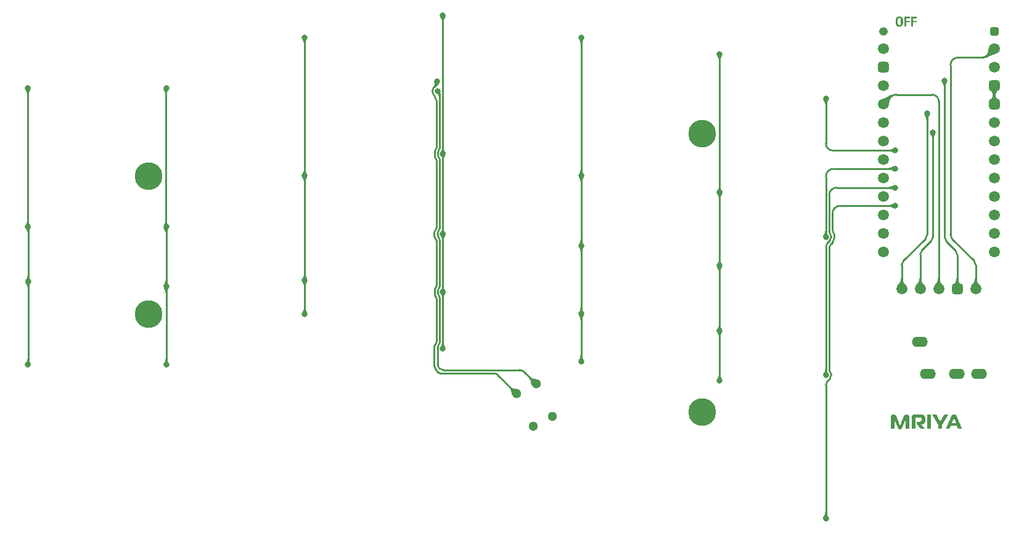
<source format=gtl>
G04 #@! TF.GenerationSoftware,KiCad,Pcbnew,7.0.2*
G04 #@! TF.CreationDate,2023-04-26T23:45:06+03:00*
G04 #@! TF.ProjectId,mriya-left,6d726979-612d-46c6-9566-742e6b696361,0.9*
G04 #@! TF.SameCoordinates,Original*
G04 #@! TF.FileFunction,Copper,L1,Top*
G04 #@! TF.FilePolarity,Positive*
%FSLAX46Y46*%
G04 Gerber Fmt 4.6, Leading zero omitted, Abs format (unit mm)*
G04 Created by KiCad (PCBNEW 7.0.2) date 2023-04-26 23:45:06*
%MOMM*%
%LPD*%
G01*
G04 APERTURE LIST*
G04 Aperture macros list*
%AMRoundRect*
0 Rectangle with rounded corners*
0 $1 Rounding radius*
0 $2 $3 $4 $5 $6 $7 $8 $9 X,Y pos of 4 corners*
0 Add a 4 corners polygon primitive as box body*
4,1,4,$2,$3,$4,$5,$6,$7,$8,$9,$2,$3,0*
0 Add four circle primitives for the rounded corners*
1,1,$1+$1,$2,$3*
1,1,$1+$1,$4,$5*
1,1,$1+$1,$6,$7*
1,1,$1+$1,$8,$9*
0 Add four rect primitives between the rounded corners*
20,1,$1+$1,$2,$3,$4,$5,0*
20,1,$1+$1,$4,$5,$6,$7,0*
20,1,$1+$1,$6,$7,$8,$9,0*
20,1,$1+$1,$8,$9,$2,$3,0*%
G04 Aperture macros list end*
%ADD10C,0.240000*%
G04 #@! TA.AperFunction,NonConductor*
%ADD11C,0.240000*%
G04 #@! TD*
G04 #@! TA.AperFunction,WasherPad*
%ADD12C,3.800000*%
G04 #@! TD*
G04 #@! TA.AperFunction,ComponentPad*
%ADD13C,1.500000*%
G04 #@! TD*
G04 #@! TA.AperFunction,ComponentPad*
%ADD14RoundRect,0.375000X-0.375000X-0.375000X0.375000X-0.375000X0.375000X0.375000X-0.375000X0.375000X0*%
G04 #@! TD*
G04 #@! TA.AperFunction,ComponentPad*
%ADD15C,1.300000*%
G04 #@! TD*
G04 #@! TA.AperFunction,ComponentPad*
%ADD16O,2.200000X1.400000*%
G04 #@! TD*
G04 #@! TA.AperFunction,ComponentPad*
%ADD17O,1.200000X1.200000*%
G04 #@! TD*
G04 #@! TA.AperFunction,ComponentPad*
%ADD18RoundRect,0.300000X-0.300000X-0.300000X0.300000X-0.300000X0.300000X0.300000X-0.300000X0.300000X0*%
G04 #@! TD*
G04 #@! TA.AperFunction,ViaPad*
%ADD19C,0.800000*%
G04 #@! TD*
G04 #@! TA.AperFunction,Conductor*
%ADD20C,0.250000*%
G04 #@! TD*
G04 #@! TA.AperFunction,Conductor*
%ADD21C,0.254000*%
G04 #@! TD*
G04 #@! TA.AperFunction,Conductor*
%ADD22C,0.350000*%
G04 #@! TD*
G04 APERTURE END LIST*
D10*
D11*
G36*
X162607786Y-44558685D02*
G01*
X162622113Y-44559154D01*
X162636245Y-44559936D01*
X162650182Y-44561030D01*
X162663926Y-44562436D01*
X162690829Y-44566187D01*
X162716956Y-44571188D01*
X162742305Y-44577439D01*
X162766876Y-44584940D01*
X162790671Y-44593692D01*
X162813687Y-44603693D01*
X162835927Y-44614945D01*
X162857389Y-44627447D01*
X162878074Y-44641200D01*
X162897981Y-44656202D01*
X162917111Y-44672455D01*
X162935463Y-44689958D01*
X162953039Y-44708712D01*
X162961535Y-44718557D01*
X162977857Y-44739021D01*
X162993143Y-44760493D01*
X163007392Y-44782971D01*
X163020605Y-44806457D01*
X163032781Y-44830950D01*
X163038481Y-44843574D01*
X163043921Y-44856450D01*
X163049102Y-44869577D01*
X163054024Y-44882957D01*
X163058687Y-44896588D01*
X163063091Y-44910471D01*
X163067236Y-44924606D01*
X163071121Y-44938992D01*
X163074748Y-44953630D01*
X163078115Y-44968521D01*
X163081223Y-44983662D01*
X163084072Y-44999056D01*
X163086662Y-45014701D01*
X163088993Y-45030599D01*
X163091065Y-45046748D01*
X163092877Y-45063148D01*
X163094431Y-45079801D01*
X163095725Y-45096705D01*
X163096760Y-45113861D01*
X163097536Y-45131269D01*
X163098053Y-45148929D01*
X163098311Y-45166840D01*
X163098311Y-45407224D01*
X163098181Y-45424775D01*
X163097790Y-45442079D01*
X163097139Y-45459137D01*
X163096227Y-45475949D01*
X163095055Y-45492514D01*
X163093622Y-45508832D01*
X163091929Y-45524905D01*
X163089976Y-45540730D01*
X163087762Y-45556310D01*
X163085288Y-45571643D01*
X163082553Y-45586729D01*
X163079557Y-45601569D01*
X163076302Y-45616163D01*
X163072785Y-45630510D01*
X163069009Y-45644610D01*
X163064972Y-45658465D01*
X163060674Y-45672072D01*
X163056116Y-45685434D01*
X163051297Y-45698549D01*
X163046218Y-45711417D01*
X163040879Y-45724039D01*
X163029419Y-45748544D01*
X163016916Y-45772063D01*
X163003372Y-45794596D01*
X162988786Y-45816144D01*
X162973159Y-45836706D01*
X162964954Y-45846617D01*
X162947923Y-45865540D01*
X162930082Y-45883242D01*
X162911431Y-45899723D01*
X162891971Y-45914984D01*
X162871702Y-45929023D01*
X162850623Y-45941842D01*
X162828735Y-45953440D01*
X162806038Y-45963817D01*
X162782530Y-45972973D01*
X162758214Y-45980909D01*
X162733088Y-45987623D01*
X162707153Y-45993117D01*
X162680408Y-45997390D01*
X162666732Y-45999069D01*
X162652854Y-46000442D01*
X162638773Y-46001510D01*
X162624490Y-46002273D01*
X162610005Y-46002731D01*
X162595317Y-46002884D01*
X162580691Y-46002732D01*
X162566261Y-46002279D01*
X162552029Y-46001522D01*
X162537994Y-46000463D01*
X162524156Y-45999102D01*
X162510515Y-45997438D01*
X162483823Y-45993202D01*
X162457920Y-45987757D01*
X162432805Y-45981101D01*
X162408478Y-45973235D01*
X162384938Y-45964159D01*
X162362187Y-45953873D01*
X162340224Y-45942376D01*
X162319050Y-45929670D01*
X162298663Y-45915753D01*
X162279064Y-45900626D01*
X162260253Y-45884289D01*
X162242231Y-45866742D01*
X162224996Y-45847985D01*
X162208675Y-45828138D01*
X162193393Y-45807321D01*
X162179151Y-45785534D01*
X162165947Y-45762778D01*
X162153783Y-45739052D01*
X162142658Y-45714356D01*
X162137485Y-45701644D01*
X162132572Y-45688690D01*
X162127919Y-45675494D01*
X162123525Y-45662055D01*
X162119392Y-45648374D01*
X162115518Y-45634450D01*
X162111904Y-45620284D01*
X162108549Y-45605875D01*
X162105455Y-45591224D01*
X162102620Y-45576331D01*
X162100045Y-45561195D01*
X162097730Y-45545817D01*
X162095675Y-45530196D01*
X162093879Y-45514333D01*
X162092344Y-45498227D01*
X162091068Y-45481879D01*
X162090052Y-45465289D01*
X162089295Y-45448456D01*
X162088799Y-45431381D01*
X162088562Y-45414063D01*
X162088562Y-45407566D01*
X162371346Y-45407566D01*
X162371560Y-45430268D01*
X162372201Y-45452211D01*
X162373270Y-45473395D01*
X162374766Y-45493821D01*
X162376689Y-45513487D01*
X162379040Y-45532396D01*
X162381818Y-45550545D01*
X162385024Y-45567936D01*
X162388657Y-45584568D01*
X162392718Y-45600442D01*
X162397206Y-45615556D01*
X162402121Y-45629913D01*
X162407464Y-45643510D01*
X162413234Y-45656349D01*
X162422691Y-45674184D01*
X162426057Y-45679750D01*
X162436841Y-45695394D01*
X162448677Y-45709499D01*
X162461565Y-45722065D01*
X162475504Y-45733093D01*
X162490496Y-45742582D01*
X162506540Y-45750532D01*
X162523635Y-45756943D01*
X162541782Y-45761816D01*
X162560981Y-45765150D01*
X162581232Y-45766945D01*
X162595317Y-45767287D01*
X162615527Y-45766536D01*
X162634739Y-45764282D01*
X162652953Y-45760525D01*
X162670170Y-45755266D01*
X162686389Y-45748504D01*
X162701610Y-45740239D01*
X162715833Y-45730472D01*
X162729058Y-45719202D01*
X162741286Y-45706429D01*
X162752516Y-45692154D01*
X162759448Y-45681802D01*
X162769112Y-45664883D01*
X162777845Y-45646311D01*
X162783149Y-45633011D01*
X162788039Y-45618977D01*
X162792515Y-45604208D01*
X162796577Y-45588705D01*
X162800225Y-45572467D01*
X162803458Y-45555494D01*
X162806278Y-45537787D01*
X162808684Y-45519344D01*
X162810675Y-45500168D01*
X162812253Y-45480256D01*
X162813416Y-45459610D01*
X162814165Y-45438230D01*
X162814501Y-45416115D01*
X162814501Y-45171286D01*
X162814290Y-45147860D01*
X162813656Y-45125199D01*
X162812601Y-45103301D01*
X162811124Y-45082168D01*
X162809225Y-45061798D01*
X162806903Y-45042193D01*
X162804160Y-45023351D01*
X162800994Y-45005274D01*
X162797406Y-44987960D01*
X162793396Y-44971411D01*
X162788965Y-44955626D01*
X162784111Y-44940604D01*
X162778835Y-44926347D01*
X162773136Y-44912854D01*
X162767016Y-44900125D01*
X162760474Y-44888159D01*
X162749882Y-44871538D01*
X162738239Y-44856551D01*
X162725543Y-44843200D01*
X162711796Y-44831483D01*
X162696996Y-44821401D01*
X162681145Y-44812954D01*
X162664242Y-44806142D01*
X162646287Y-44800965D01*
X162627281Y-44797422D01*
X162607222Y-44795515D01*
X162593265Y-44795152D01*
X162579431Y-44795502D01*
X162559537Y-44797339D01*
X162540671Y-44800751D01*
X162522832Y-44805738D01*
X162506021Y-44812299D01*
X162490238Y-44820436D01*
X162475483Y-44830147D01*
X162461756Y-44841433D01*
X162449056Y-44854294D01*
X162437384Y-44868729D01*
X162426741Y-44884740D01*
X162417132Y-44902297D01*
X162411233Y-44914917D01*
X162405741Y-44928268D01*
X162400654Y-44942352D01*
X162395974Y-44957168D01*
X162391700Y-44972715D01*
X162387832Y-44988995D01*
X162384369Y-45006006D01*
X162381313Y-45023750D01*
X162378663Y-45042225D01*
X162376419Y-45061433D01*
X162374581Y-45081372D01*
X162373150Y-45102043D01*
X162372124Y-45123447D01*
X162371504Y-45145582D01*
X162371346Y-45156924D01*
X162371346Y-45407566D01*
X162088562Y-45407566D01*
X162088562Y-45173679D01*
X162088693Y-45155702D01*
X162089084Y-45137972D01*
X162089737Y-45120490D01*
X162090651Y-45103256D01*
X162091826Y-45086269D01*
X162093262Y-45069530D01*
X162094960Y-45053039D01*
X162096918Y-45036796D01*
X162099138Y-45020801D01*
X162101618Y-45005053D01*
X162104360Y-44989554D01*
X162107363Y-44974301D01*
X162110627Y-44959297D01*
X162114153Y-44944541D01*
X162117939Y-44930032D01*
X162121987Y-44915771D01*
X162126295Y-44901758D01*
X162130865Y-44887992D01*
X162135696Y-44874475D01*
X162140788Y-44861205D01*
X162146141Y-44848183D01*
X162151755Y-44835408D01*
X162157631Y-44822882D01*
X162163767Y-44810603D01*
X162176824Y-44786789D01*
X162190925Y-44763966D01*
X162206070Y-44742134D01*
X162222260Y-44721293D01*
X162239378Y-44701583D01*
X162257304Y-44683145D01*
X162276040Y-44665978D01*
X162295585Y-44650084D01*
X162315940Y-44635460D01*
X162337104Y-44622109D01*
X162359078Y-44610029D01*
X162381861Y-44599220D01*
X162405454Y-44589683D01*
X162429855Y-44581418D01*
X162455067Y-44574424D01*
X162481088Y-44568702D01*
X162507918Y-44564251D01*
X162521637Y-44562503D01*
X162535558Y-44561072D01*
X162549681Y-44559960D01*
X162564007Y-44559165D01*
X162578535Y-44558688D01*
X162593265Y-44558529D01*
X162607786Y-44558685D01*
G37*
G36*
X164016420Y-45405856D02*
G01*
X163577027Y-45405856D01*
X163577027Y-45981000D01*
X163294242Y-45981000D01*
X163294242Y-44580413D01*
X164069420Y-44580413D01*
X164069420Y-44816010D01*
X163577027Y-44816010D01*
X163577027Y-45171286D01*
X164016420Y-45171286D01*
X164016420Y-45405856D01*
G37*
G36*
X164947864Y-45405856D02*
G01*
X164508471Y-45405856D01*
X164508471Y-45981000D01*
X164225687Y-45981000D01*
X164225687Y-44580413D01*
X165000865Y-44580413D01*
X165000865Y-44816010D01*
X164508471Y-44816010D01*
X164508471Y-45171286D01*
X164947864Y-45171286D01*
X164947864Y-45405856D01*
G37*
G04 #@! TA.AperFunction,EtchedComponent*
G36*
X166952586Y-100300000D02*
G01*
X166952586Y-101274642D01*
X166702570Y-101274642D01*
X166452553Y-101274642D01*
X166452553Y-100300000D01*
X166452553Y-99325359D01*
X166702570Y-99325359D01*
X166952586Y-99325359D01*
X166952586Y-100300000D01*
G37*
G04 #@! TD.AperFunction*
G04 #@! TA.AperFunction,EtchedComponent*
G36*
X169267336Y-99378329D02*
G01*
X169258006Y-99393479D01*
X169240603Y-99421981D01*
X169215824Y-99462681D01*
X169184370Y-99514429D01*
X169146939Y-99576072D01*
X169104231Y-99646458D01*
X169056945Y-99724434D01*
X169005779Y-99808849D01*
X168951433Y-99898551D01*
X168894606Y-99992387D01*
X168847686Y-100069893D01*
X168461162Y-100708488D01*
X168461162Y-100991565D01*
X168461162Y-101274642D01*
X168211145Y-101274642D01*
X167961128Y-101274642D01*
X167961128Y-100991509D01*
X167961128Y-100708377D01*
X167545846Y-100020666D01*
X167486321Y-99922050D01*
X167429347Y-99827584D01*
X167375529Y-99738272D01*
X167325470Y-99655119D01*
X167279773Y-99579130D01*
X167239041Y-99511309D01*
X167203878Y-99452661D01*
X167174886Y-99404190D01*
X167152670Y-99366902D01*
X167137831Y-99341801D01*
X167130975Y-99329892D01*
X167130564Y-99329038D01*
X167138703Y-99328149D01*
X167161772Y-99327469D01*
X167197755Y-99327012D01*
X167244634Y-99326789D01*
X167300391Y-99326813D01*
X167363008Y-99327097D01*
X167398501Y-99327359D01*
X167666437Y-99329596D01*
X167937548Y-99789332D01*
X167985077Y-99869714D01*
X168030142Y-99945513D01*
X168072000Y-100015506D01*
X168109909Y-100078471D01*
X168143126Y-100133188D01*
X168170910Y-100178435D01*
X168192517Y-100212990D01*
X168207206Y-100235632D01*
X168214235Y-100245139D01*
X168214680Y-100245346D01*
X168219932Y-100237580D01*
X168233029Y-100216452D01*
X168253224Y-100183209D01*
X168279770Y-100139100D01*
X168311920Y-100085374D01*
X168348928Y-100023279D01*
X168390046Y-99954064D01*
X168434528Y-99878978D01*
X168481628Y-99799269D01*
X168490936Y-99783492D01*
X168761171Y-99325359D01*
X169030817Y-99325359D01*
X169300463Y-99325359D01*
X169267336Y-99378329D01*
G37*
G04 #@! TD.AperFunction*
G04 #@! TA.AperFunction,EtchedComponent*
G36*
X170145170Y-99302358D02*
G01*
X170215625Y-99310658D01*
X170277530Y-99325797D01*
X170277931Y-99325931D01*
X170339252Y-99355053D01*
X170393321Y-99398120D01*
X170437359Y-99452726D01*
X170450541Y-99475347D01*
X170456025Y-99487296D01*
X170467545Y-99513645D01*
X170484583Y-99553162D01*
X170506618Y-99604616D01*
X170533131Y-99666776D01*
X170563603Y-99738410D01*
X170597515Y-99818286D01*
X170634347Y-99905174D01*
X170673580Y-99997841D01*
X170714693Y-100095056D01*
X170757169Y-100195589D01*
X170800487Y-100298207D01*
X170844128Y-100401679D01*
X170887573Y-100504774D01*
X170930303Y-100606261D01*
X170971797Y-100704907D01*
X171011536Y-100799481D01*
X171049002Y-100888753D01*
X171083674Y-100971490D01*
X171115034Y-101046461D01*
X171142561Y-101112435D01*
X171165737Y-101168180D01*
X171184042Y-101212466D01*
X171196957Y-101244059D01*
X171203437Y-101260351D01*
X171204057Y-101264403D01*
X171201329Y-101267597D01*
X171193559Y-101270013D01*
X171179053Y-101271731D01*
X171156118Y-101272832D01*
X171123059Y-101273396D01*
X171078184Y-101273503D01*
X171019798Y-101273232D01*
X170946208Y-101272666D01*
X170943741Y-101272645D01*
X170678467Y-101270404D01*
X170590458Y-101047931D01*
X170502450Y-100825459D01*
X170092633Y-100825459D01*
X169682815Y-100825459D01*
X169594955Y-101047931D01*
X169507094Y-101270404D01*
X169246857Y-101272645D01*
X169167584Y-101273137D01*
X169104183Y-101273083D01*
X169055585Y-101272453D01*
X169020720Y-101271217D01*
X168998519Y-101269345D01*
X168987911Y-101266806D01*
X168986620Y-101265264D01*
X168989819Y-101256264D01*
X168999079Y-101232842D01*
X169013896Y-101196206D01*
X169033768Y-101147562D01*
X169058192Y-101088117D01*
X169086664Y-101019077D01*
X169118680Y-100941648D01*
X169153738Y-100857037D01*
X169191334Y-100766451D01*
X169230964Y-100671096D01*
X169272126Y-100572178D01*
X169314317Y-100470904D01*
X169327464Y-100439380D01*
X169808709Y-100439380D01*
X169816858Y-100440495D01*
X169839998Y-100441515D01*
X169876172Y-100442409D01*
X169923421Y-100443143D01*
X169979786Y-100443686D01*
X170043310Y-100444005D01*
X170093198Y-100444078D01*
X170170044Y-100444058D01*
X170231596Y-100443929D01*
X170279509Y-100443589D01*
X170315441Y-100442933D01*
X170341046Y-100441860D01*
X170357981Y-100440264D01*
X170367902Y-100438045D01*
X170372465Y-100435097D01*
X170373325Y-100431318D01*
X170372167Y-100426689D01*
X170366939Y-100412422D01*
X170356262Y-100385005D01*
X170340985Y-100346517D01*
X170321956Y-100299040D01*
X170300024Y-100244653D01*
X170276038Y-100185439D01*
X170250846Y-100123476D01*
X170225296Y-100060845D01*
X170200237Y-99999627D01*
X170176519Y-99941902D01*
X170154988Y-99889751D01*
X170136494Y-99845254D01*
X170121885Y-99810492D01*
X170112010Y-99787544D01*
X170107911Y-99778779D01*
X170097770Y-99761829D01*
X170081680Y-99778779D01*
X170076161Y-99788931D01*
X170065182Y-99812745D01*
X170049585Y-99848181D01*
X170030213Y-99893198D01*
X170007910Y-99945757D01*
X169983518Y-100003817D01*
X169957880Y-100065339D01*
X169931839Y-100128281D01*
X169906239Y-100190605D01*
X169881922Y-100250269D01*
X169859732Y-100305234D01*
X169840511Y-100353460D01*
X169825102Y-100392907D01*
X169814349Y-100421533D01*
X169809094Y-100437300D01*
X169808709Y-100439380D01*
X169327464Y-100439380D01*
X169357032Y-100368481D01*
X169399768Y-100266115D01*
X169442023Y-100165012D01*
X169483293Y-100066380D01*
X169523074Y-99971424D01*
X169560863Y-99881351D01*
X169596158Y-99797367D01*
X169628454Y-99720680D01*
X169657249Y-99652495D01*
X169682038Y-99594019D01*
X169702319Y-99546459D01*
X169717589Y-99511020D01*
X169727344Y-99488911D01*
X169730185Y-99482850D01*
X169756016Y-99441383D01*
X169789998Y-99400800D01*
X169827720Y-99365593D01*
X169864773Y-99340255D01*
X169875030Y-99335279D01*
X169931094Y-99317355D01*
X169998045Y-99305819D01*
X170071023Y-99300782D01*
X170145170Y-99302358D01*
G37*
G04 #@! TD.AperFunction*
G04 #@! TA.AperFunction,EtchedComponent*
G36*
X164881454Y-99326371D02*
G01*
X164974253Y-99326705D01*
X165081942Y-99327170D01*
X165160683Y-99327530D01*
X165281860Y-99328085D01*
X165387352Y-99328612D01*
X165478423Y-99329198D01*
X165556340Y-99329929D01*
X165622366Y-99330891D01*
X165677767Y-99332173D01*
X165723807Y-99333859D01*
X165761752Y-99336038D01*
X165792866Y-99338794D01*
X165818414Y-99342216D01*
X165839661Y-99346389D01*
X165857873Y-99351401D01*
X165874313Y-99357337D01*
X165890247Y-99364284D01*
X165906940Y-99372330D01*
X165921747Y-99379643D01*
X165977853Y-99413092D01*
X166023898Y-99454679D01*
X166061306Y-99503271D01*
X166097361Y-99570107D01*
X166126011Y-99650902D01*
X166146935Y-99744217D01*
X166159813Y-99848610D01*
X166164322Y-99962643D01*
X166164324Y-99965232D01*
X166159768Y-100094748D01*
X166146053Y-100210391D01*
X166123206Y-100312065D01*
X166091254Y-100399670D01*
X166050225Y-100473109D01*
X166009068Y-100523469D01*
X165959578Y-100566548D01*
X165904737Y-100598790D01*
X165842131Y-100621029D01*
X165769348Y-100634099D01*
X165683972Y-100638834D01*
X165674959Y-100638881D01*
X165637039Y-100639454D01*
X165606269Y-100640917D01*
X165586029Y-100643040D01*
X165579613Y-100645320D01*
X165585433Y-100652355D01*
X165602147Y-100670211D01*
X165628639Y-100697749D01*
X165663792Y-100733828D01*
X165706490Y-100777309D01*
X165755617Y-100827054D01*
X165810055Y-100881921D01*
X165868689Y-100940773D01*
X165891032Y-100963138D01*
X166202450Y-101274642D01*
X165892057Y-101274642D01*
X165581663Y-101274642D01*
X165362404Y-101022702D01*
X165311052Y-100963806D01*
X165260574Y-100906118D01*
X165212657Y-100851551D01*
X165168990Y-100802018D01*
X165131257Y-100759434D01*
X165101148Y-100725711D01*
X165080349Y-100702763D01*
X165079400Y-100701733D01*
X165049971Y-100668111D01*
X165022209Y-100633322D01*
X165000005Y-100602393D01*
X164990607Y-100587123D01*
X164977863Y-100561895D01*
X164970296Y-100539516D01*
X164966586Y-100513825D01*
X164965411Y-100478663D01*
X164965362Y-100469503D01*
X164967619Y-100416955D01*
X164975882Y-100377389D01*
X164991893Y-100347384D01*
X165017397Y-100323517D01*
X165049282Y-100304769D01*
X165065616Y-100296740D01*
X165080313Y-100290583D01*
X165095966Y-100285969D01*
X165115170Y-100282569D01*
X165140520Y-100280054D01*
X165174611Y-100278095D01*
X165220038Y-100276364D01*
X165279395Y-100274531D01*
X165290432Y-100274204D01*
X165363635Y-100271681D01*
X165422096Y-100268637D01*
X165468027Y-100264650D01*
X165503636Y-100259295D01*
X165531133Y-100252148D01*
X165552726Y-100242784D01*
X165570627Y-100230779D01*
X165585145Y-100217627D01*
X165608692Y-100186923D01*
X165625636Y-100147449D01*
X165636531Y-100097065D01*
X165641930Y-100033633D01*
X165642748Y-99994895D01*
X165641318Y-99928790D01*
X165635921Y-99876513D01*
X165625877Y-99835262D01*
X165610504Y-99802237D01*
X165589191Y-99774711D01*
X165575740Y-99761252D01*
X165562277Y-99750173D01*
X165547074Y-99741244D01*
X165528401Y-99734233D01*
X165504527Y-99728909D01*
X165473723Y-99725042D01*
X165434259Y-99722399D01*
X165384405Y-99720750D01*
X165322432Y-99719864D01*
X165246609Y-99719509D01*
X165175551Y-99719453D01*
X165095301Y-99719484D01*
X165030242Y-99719638D01*
X164978618Y-99720011D01*
X164938670Y-99720696D01*
X164908641Y-99721789D01*
X164886773Y-99723383D01*
X164871308Y-99725573D01*
X164860487Y-99728452D01*
X164852553Y-99732117D01*
X164845748Y-99736660D01*
X164845021Y-99737197D01*
X164825246Y-99758073D01*
X164811063Y-99783554D01*
X164810973Y-99783810D01*
X164809057Y-99793951D01*
X164807363Y-99813290D01*
X164805882Y-99842594D01*
X164804603Y-99882630D01*
X164803514Y-99934165D01*
X164802605Y-99997966D01*
X164801866Y-100074799D01*
X164801286Y-100165432D01*
X164800853Y-100270630D01*
X164800558Y-100391162D01*
X164800390Y-100527793D01*
X164800379Y-100543661D01*
X164799900Y-101274642D01*
X164549692Y-101274642D01*
X164299484Y-101274642D01*
X164301794Y-100399583D01*
X164302148Y-100254407D01*
X164302447Y-100125186D01*
X164302766Y-100010925D01*
X164303181Y-99910629D01*
X164303765Y-99823303D01*
X164304593Y-99747952D01*
X164305739Y-99683581D01*
X164307278Y-99629195D01*
X164309285Y-99583800D01*
X164311833Y-99546400D01*
X164314998Y-99516000D01*
X164318855Y-99491606D01*
X164323476Y-99472223D01*
X164328938Y-99456854D01*
X164335314Y-99444507D01*
X164342679Y-99434185D01*
X164351108Y-99424894D01*
X164360675Y-99415639D01*
X164371455Y-99405425D01*
X164376630Y-99400341D01*
X164405588Y-99374678D01*
X164435202Y-99357141D01*
X164473419Y-99343076D01*
X164475385Y-99342475D01*
X164486772Y-99339116D01*
X164498084Y-99336215D01*
X164510569Y-99333744D01*
X164525472Y-99331675D01*
X164544043Y-99329983D01*
X164567526Y-99328639D01*
X164597171Y-99327616D01*
X164634223Y-99326888D01*
X164679931Y-99326426D01*
X164735540Y-99326204D01*
X164802299Y-99326195D01*
X164881454Y-99326371D01*
G37*
G04 #@! TD.AperFunction*
G04 #@! TA.AperFunction,EtchedComponent*
G36*
X161847329Y-99310844D02*
G01*
X161905508Y-99317344D01*
X161926039Y-99321459D01*
X161999603Y-99346861D01*
X162067356Y-99385964D01*
X162126500Y-99436526D01*
X162174235Y-99496308D01*
X162197814Y-99539038D01*
X162204744Y-99555715D01*
X162216924Y-99586925D01*
X162233831Y-99631262D01*
X162254942Y-99687322D01*
X162279732Y-99753700D01*
X162307680Y-99828992D01*
X162338262Y-99911792D01*
X162370954Y-100000696D01*
X162405234Y-100094300D01*
X162434575Y-100174712D01*
X162469346Y-100270001D01*
X162502629Y-100360899D01*
X162533944Y-100446108D01*
X162562808Y-100524333D01*
X162588739Y-100594275D01*
X162611254Y-100654639D01*
X162629873Y-100704127D01*
X162644113Y-100741443D01*
X162653491Y-100765288D01*
X162657379Y-100774165D01*
X162675005Y-100792879D01*
X162693699Y-100794897D01*
X162708112Y-100785278D01*
X162713430Y-100774998D01*
X162724021Y-100750042D01*
X162739405Y-100711676D01*
X162759099Y-100661167D01*
X162782622Y-100599782D01*
X162809492Y-100528788D01*
X162839226Y-100449450D01*
X162871344Y-100363036D01*
X162905362Y-100270813D01*
X162940799Y-100174046D01*
X162944257Y-100164566D01*
X162980065Y-100066640D01*
X163014662Y-99972538D01*
X163047545Y-99883599D01*
X163078210Y-99801162D01*
X163106153Y-99726566D01*
X163130872Y-99661150D01*
X163151861Y-99606252D01*
X163168619Y-99563211D01*
X163180640Y-99533367D01*
X163187421Y-99518057D01*
X163187608Y-99517708D01*
X163231936Y-99451119D01*
X163285510Y-99397861D01*
X163349052Y-99357523D01*
X163423284Y-99329693D01*
X163508927Y-99313959D01*
X163550256Y-99310770D01*
X163645225Y-99311659D01*
X163730928Y-99323817D01*
X163805744Y-99346959D01*
X163836288Y-99361335D01*
X163878836Y-99388133D01*
X163911431Y-99419585D01*
X163938583Y-99460581D01*
X163951622Y-99486387D01*
X163973574Y-99533000D01*
X163973574Y-100405940D01*
X163973574Y-101278879D01*
X163728351Y-101281130D01*
X163665414Y-101281466D01*
X163607958Y-101281309D01*
X163558178Y-101280701D01*
X163518264Y-101279687D01*
X163490410Y-101278309D01*
X163476807Y-101276610D01*
X163475926Y-101276179D01*
X163474922Y-101266778D01*
X163474188Y-101241710D01*
X163473721Y-101202258D01*
X163473516Y-101149702D01*
X163473570Y-101085324D01*
X163473877Y-101010407D01*
X163474434Y-100926230D01*
X163475237Y-100834077D01*
X163476281Y-100735229D01*
X163477562Y-100630966D01*
X163478168Y-100586036D01*
X163479900Y-100458999D01*
X163481333Y-100347853D01*
X163482444Y-100251540D01*
X163483205Y-100169003D01*
X163483591Y-100099182D01*
X163483578Y-100041022D01*
X163483138Y-99993464D01*
X163482246Y-99955451D01*
X163480877Y-99925925D01*
X163479004Y-99903829D01*
X163476603Y-99888104D01*
X163473648Y-99877694D01*
X163470112Y-99871540D01*
X163465970Y-99868586D01*
X163461196Y-99867772D01*
X163460725Y-99867768D01*
X163450779Y-99874151D01*
X163439253Y-99888357D01*
X163434234Y-99899569D01*
X163424015Y-99925435D01*
X163409082Y-99964639D01*
X163389920Y-100015865D01*
X163367014Y-100077799D01*
X163340847Y-100149124D01*
X163311905Y-100228525D01*
X163280672Y-100314687D01*
X163247634Y-100406295D01*
X163218309Y-100487973D01*
X163183726Y-100584279D01*
X163150248Y-100677080D01*
X163118396Y-100764959D01*
X163088691Y-100846498D01*
X163061655Y-100920279D01*
X163037809Y-100984884D01*
X163017672Y-101038895D01*
X163001767Y-101080894D01*
X162990614Y-101109463D01*
X162985504Y-101121608D01*
X162951172Y-101183864D01*
X162912591Y-101230950D01*
X162868405Y-101264400D01*
X162851214Y-101273238D01*
X162827508Y-101283111D01*
X162804551Y-101289677D01*
X162777631Y-101293710D01*
X162742036Y-101295984D01*
X162706540Y-101297007D01*
X162666044Y-101297478D01*
X162630563Y-101297171D01*
X162604261Y-101296165D01*
X162592126Y-101294795D01*
X162528938Y-101273459D01*
X162478199Y-101243412D01*
X162436700Y-101202082D01*
X162401234Y-101146897D01*
X162396632Y-101138046D01*
X162390061Y-101122745D01*
X162378340Y-101092825D01*
X162361968Y-101049649D01*
X162341446Y-100994578D01*
X162317273Y-100928976D01*
X162289949Y-100854203D01*
X162259974Y-100771622D01*
X162227848Y-100682596D01*
X162194069Y-100588487D01*
X162159615Y-100491993D01*
X162125012Y-100395170D01*
X162091772Y-100302816D01*
X162060369Y-100216205D01*
X162031274Y-100136609D01*
X162004961Y-100065301D01*
X161981902Y-100003556D01*
X161962569Y-99952647D01*
X161947435Y-99913846D01*
X161936973Y-99888427D01*
X161931656Y-99877663D01*
X161931546Y-99877545D01*
X161919850Y-99868375D01*
X161911085Y-99872454D01*
X161905121Y-99879982D01*
X161902890Y-99884973D01*
X161900941Y-99894229D01*
X161899255Y-99908800D01*
X161897814Y-99929735D01*
X161896602Y-99958083D01*
X161895598Y-99994892D01*
X161894786Y-100041213D01*
X161894148Y-100098094D01*
X161893665Y-100166585D01*
X161893319Y-100247735D01*
X161893093Y-100342592D01*
X161892968Y-100452207D01*
X161892927Y-100577628D01*
X161892927Y-100589775D01*
X161892927Y-101283117D01*
X161646994Y-101283117D01*
X161401062Y-101283117D01*
X161403334Y-100403821D01*
X161405606Y-99524525D01*
X161425093Y-99482149D01*
X161457533Y-99429502D01*
X161502305Y-99386605D01*
X161560192Y-99352925D01*
X161631978Y-99327929D01*
X161661843Y-99320854D01*
X161718570Y-99312583D01*
X161782708Y-99309251D01*
X161847329Y-99310844D01*
G37*
G04 #@! TD.AperFunction*
D12*
X135500000Y-60650000D03*
D13*
X162920000Y-82050000D03*
X165460000Y-82050000D03*
X168000000Y-82050000D03*
D14*
X170540000Y-82050000D03*
D13*
X173080000Y-82050000D03*
D15*
X112298466Y-100908502D03*
X114971486Y-99546531D03*
X112701534Y-95091498D03*
X110028514Y-96453469D03*
D12*
X59500000Y-85500000D03*
D16*
X165400000Y-89300000D03*
X173500000Y-93700000D03*
X170500000Y-93700000D03*
X166500000Y-93700000D03*
D17*
X160380000Y-46630000D03*
D18*
X175620000Y-46630000D03*
D12*
X135500000Y-99000000D03*
D13*
X175620000Y-49030000D03*
X175620000Y-51570000D03*
D14*
X175620000Y-54110000D03*
X175620000Y-56650000D03*
D13*
X175620000Y-59190000D03*
X175620000Y-61730000D03*
X175620000Y-64270000D03*
X175620000Y-66810000D03*
X175620000Y-69350000D03*
X175620000Y-71890000D03*
X175620000Y-74430000D03*
X175620000Y-76970000D03*
X160380000Y-76970000D03*
X160380000Y-74430000D03*
X160380000Y-71890000D03*
X160380000Y-69350000D03*
X160380000Y-66810000D03*
X160380000Y-64270000D03*
X160380000Y-61730000D03*
X160380000Y-59190000D03*
X160380000Y-56650000D03*
X160380000Y-54110000D03*
D14*
X160380000Y-51570000D03*
D13*
X160380000Y-49030000D03*
D12*
X59500000Y-66500000D03*
D19*
X152500000Y-55875000D03*
X162000000Y-63000000D03*
X162000000Y-65500000D03*
X152500000Y-74875000D03*
X162000000Y-68100000D03*
X152500000Y-93875000D03*
X152500000Y-113575000D03*
X162000000Y-70600000D03*
X42920000Y-54460000D03*
X42915000Y-73470000D03*
X42915000Y-92460000D03*
X42940000Y-81000000D03*
X61910000Y-92470000D03*
X61900000Y-73480000D03*
X61900000Y-81724500D03*
X61900000Y-54450000D03*
X80910000Y-47460000D03*
X80920000Y-85460000D03*
X80920000Y-66460000D03*
X80930497Y-80830497D03*
X99910000Y-63450000D03*
X99898695Y-74498695D03*
X99910000Y-82450000D03*
X99900000Y-44460000D03*
X99900883Y-90200839D03*
X118900201Y-91999799D03*
X118920000Y-85450000D03*
X118910000Y-47460000D03*
X118920000Y-66460000D03*
X118920000Y-76074500D03*
X137900000Y-78824500D03*
X137910000Y-87770000D03*
X137910000Y-49760000D03*
X137920000Y-68760000D03*
X137910000Y-94599500D03*
X168814530Y-53416720D03*
X99106250Y-53525000D03*
X166406250Y-57925000D03*
X167206250Y-60525000D03*
X99175500Y-54825000D03*
D20*
X152500000Y-62043112D02*
X152500000Y-55875000D01*
X153456888Y-63000000D02*
X161931250Y-63000000D01*
X152500000Y-62043112D02*
G75*
G03*
X153456888Y-63000000I956900J12D01*
G01*
X153594235Y-65500000D02*
X162000000Y-65500000D01*
X152500000Y-74875000D02*
X152500000Y-66594235D01*
X153594235Y-65500000D02*
G75*
G03*
X152500000Y-66594235I-35J-1094200D01*
G01*
X152950000Y-74105240D02*
X152950000Y-69139993D01*
X152739067Y-75661237D02*
X153045643Y-75354661D01*
X153989993Y-68100000D02*
X162000000Y-68100000D01*
X153225000Y-74921655D02*
X153225000Y-74769149D01*
X152500000Y-93875000D02*
X152500000Y-76238397D01*
X153989993Y-68100000D02*
G75*
G03*
X152950000Y-69139993I7J-1040000D01*
G01*
X153045673Y-75354691D02*
G75*
G03*
X153225000Y-74921655I-433073J432991D01*
G01*
X153225022Y-74769149D02*
G75*
G03*
X153087500Y-74437195I-469522J-51D01*
G01*
X152949985Y-74105240D02*
G75*
G03*
X153087500Y-74437195I469515J40D01*
G01*
X152739074Y-75661244D02*
G75*
G03*
X152500000Y-76238397I577126J-577156D01*
G01*
X153400000Y-73918844D02*
X153400000Y-71698321D01*
X152500000Y-113575000D02*
X152500000Y-95238398D01*
X153189067Y-75847633D02*
X153435931Y-75600768D01*
X152950000Y-93105240D02*
X152950000Y-76424793D01*
X153225000Y-93915879D02*
X153225000Y-93769149D01*
X154498321Y-70600000D02*
X162000000Y-70600000D01*
X153675000Y-75023608D02*
X153675000Y-74582753D01*
X152739067Y-94661236D02*
X153041558Y-94358746D01*
X153435922Y-75600759D02*
G75*
G03*
X153675000Y-75023608I-577122J577159D01*
G01*
X153225022Y-93769149D02*
G75*
G03*
X153087500Y-93437195I-469522J-51D01*
G01*
X152739075Y-94661244D02*
G75*
G03*
X152500000Y-95238398I577125J-577156D01*
G01*
X153041567Y-94358755D02*
G75*
G03*
X153225000Y-93915879I-442867J442855D01*
G01*
X153399982Y-73918844D02*
G75*
G03*
X153537500Y-74250799I469518J44D01*
G01*
X154498321Y-70600000D02*
G75*
G03*
X153400000Y-71698321I-21J-1098300D01*
G01*
X153189076Y-75847642D02*
G75*
G03*
X152950000Y-76424793I577124J-577158D01*
G01*
X152949985Y-93105240D02*
G75*
G03*
X153087500Y-93437195I469515J40D01*
G01*
X153675019Y-74582753D02*
G75*
G03*
X153537500Y-74250799I-469519J-47D01*
G01*
X42915000Y-73470000D02*
X42915000Y-54465000D01*
X42940000Y-81000000D02*
X42940000Y-92480000D01*
X42940000Y-81000000D02*
X42940000Y-73495000D01*
X61900000Y-81724500D02*
X61910000Y-81734500D01*
D21*
X61900000Y-73480000D02*
X61900000Y-81724500D01*
D20*
X61890000Y-54460000D02*
X61890000Y-73470000D01*
X61910000Y-81734500D02*
X61910000Y-92470000D01*
D21*
X80924740Y-66464740D02*
X80920000Y-66460000D01*
D20*
X80924740Y-80836254D02*
X80924740Y-85455260D01*
X80910000Y-47460000D02*
X80910000Y-66450000D01*
X80930497Y-80830497D02*
X80924740Y-80824740D01*
X80924740Y-80824740D02*
X80924740Y-66464740D01*
D21*
X80924740Y-85455260D02*
X80920000Y-85460000D01*
X80910000Y-66450000D02*
X80920000Y-66460000D01*
D20*
X80930497Y-80830497D02*
X80924740Y-80836254D01*
D21*
X99910000Y-74487390D02*
X99898695Y-74498695D01*
D20*
X99910000Y-74510000D02*
X99898695Y-74498695D01*
X99910000Y-82450000D02*
X99910000Y-74510000D01*
X99910000Y-90191722D02*
X99910000Y-82450000D01*
X99900000Y-44460000D02*
X99900000Y-63440000D01*
D21*
X99910000Y-63450000D02*
X99910000Y-74487390D01*
X99900000Y-63440000D02*
X99910000Y-63450000D01*
D20*
X118920000Y-76074500D02*
X118920000Y-85450000D01*
X118900201Y-91999799D02*
X118919021Y-91980979D01*
X118920000Y-76074500D02*
X118920000Y-66460000D01*
X118919021Y-91980979D02*
X118919021Y-85450979D01*
D21*
X118920000Y-47470000D02*
X118910000Y-47460000D01*
D20*
X118920000Y-66460000D02*
X118920000Y-47470000D01*
X137910000Y-49760000D02*
X137910000Y-68750000D01*
X137920000Y-78804500D02*
X137900000Y-78824500D01*
X137920000Y-68760000D02*
X137920000Y-78804500D01*
X137910000Y-94599500D02*
X137910000Y-87770000D01*
X137900000Y-87760000D02*
X137900000Y-78824500D01*
X98735000Y-82742246D02*
X98736460Y-82803858D01*
X98760141Y-89728325D02*
X98727185Y-89851355D01*
X98829825Y-81870293D02*
X98768172Y-81977044D01*
X99055256Y-93295632D02*
X99206500Y-93422543D01*
X98725883Y-89915039D02*
X98725883Y-92494718D01*
X98867941Y-89572079D02*
X98823818Y-89618018D01*
D22*
X175620000Y-54110000D02*
X175620000Y-56650000D01*
D20*
X98909980Y-73823856D02*
X98865847Y-73869841D01*
X98829629Y-92973402D02*
X98928347Y-93144386D01*
X99206500Y-93422543D02*
X99377483Y-93521264D01*
X99010000Y-89229119D02*
X99008709Y-89292802D01*
X98829976Y-83029593D02*
X98872500Y-83074201D01*
X98450500Y-54818842D02*
X98450500Y-54878231D01*
X98767913Y-63923069D02*
X98829102Y-64029059D01*
X99000000Y-62510915D02*
X98998604Y-62570288D01*
X98723695Y-74782947D02*
X98725033Y-74847118D01*
X99106250Y-53525000D02*
X99106250Y-53824999D01*
X98865847Y-73869841D02*
X98821705Y-73915819D01*
X169045317Y-75495021D02*
X170300932Y-76750636D01*
X106861952Y-93625000D02*
X106942193Y-93626536D01*
X98976623Y-83225528D02*
X99008522Y-83344546D01*
X98928347Y-93144386D02*
X99055256Y-93295632D01*
X99856165Y-93625000D02*
X106861952Y-93625000D01*
X99008539Y-81555456D02*
X98976639Y-81674478D01*
X98727814Y-92593436D02*
X98762101Y-92787873D01*
X98975102Y-64223326D02*
X99006772Y-64341546D01*
X98975739Y-89415827D02*
X98912050Y-89526126D01*
X170540000Y-77327796D02*
X170540000Y-82050000D01*
X98826513Y-62873777D02*
X98767139Y-62976612D01*
X98689567Y-55455391D02*
X98760932Y-55526756D01*
X98913911Y-64117332D02*
X98975102Y-64223326D01*
X98915010Y-83118820D02*
X98976623Y-83225528D01*
X98915024Y-81781191D02*
X98872500Y-81825799D01*
X98735000Y-82157753D02*
X98735000Y-82742246D01*
X99000000Y-56103916D02*
X99000000Y-62510915D01*
X98735000Y-63743660D02*
X98736244Y-63804853D01*
X98758240Y-74971088D02*
X98822406Y-75082238D01*
X107381300Y-93808401D02*
X107439112Y-93864067D01*
X106942193Y-93626536D02*
X107099593Y-93657837D01*
X98767139Y-62976612D02*
X98736403Y-63091310D01*
X168814530Y-53416720D02*
X168806250Y-53425000D01*
X98821705Y-73915819D02*
X98757982Y-74026194D01*
X98975228Y-75286106D02*
X99008438Y-75410010D01*
X98757982Y-74026194D02*
X98725000Y-74149302D01*
X98727185Y-89851355D02*
X98725883Y-89915039D01*
X99006772Y-64341546D02*
X99008000Y-64402741D01*
X99006676Y-73590378D02*
X98973698Y-73713483D01*
X99010000Y-83406155D02*
X99010000Y-89229119D01*
X99757447Y-93623084D02*
X99856165Y-93625000D01*
X98872500Y-81825799D02*
X98829825Y-81870293D01*
X98762101Y-92787873D02*
X98829629Y-92973402D01*
X99008000Y-73526655D02*
X99006676Y-73590378D01*
X98967867Y-62684988D02*
X98908493Y-62787825D01*
X107099593Y-93657837D02*
X107247862Y-93719245D01*
X99008000Y-64402741D02*
X99008000Y-73526655D01*
X99563011Y-93588795D02*
X99757447Y-93623084D01*
X98768360Y-82922880D02*
X98829976Y-83029593D01*
X98912050Y-89526126D02*
X98867941Y-89572079D01*
X99008709Y-89292802D02*
X98975739Y-89415827D01*
X107247862Y-93719245D02*
X107381300Y-93808401D01*
X98735000Y-63150682D02*
X98735000Y-63743660D01*
X98725883Y-92494718D02*
X98727814Y-92593436D01*
X98829102Y-64029059D02*
X98871500Y-64073201D01*
X98871500Y-64073201D02*
X98913911Y-64117332D01*
X98736244Y-63804853D02*
X98767913Y-63923069D01*
X98736252Y-82096115D02*
X98735000Y-82157753D01*
X98723695Y-74213027D02*
X98723695Y-74782947D01*
X98872500Y-83074201D02*
X98915010Y-83118820D01*
X168806250Y-74917861D02*
X168806250Y-53425000D01*
X107439112Y-93864067D02*
X110028514Y-96453469D01*
X98725000Y-74149302D02*
X98723695Y-74213027D01*
X98725033Y-74847118D02*
X98758240Y-74971088D01*
X99377483Y-93521264D02*
X99563011Y-93588795D01*
X98911085Y-75175016D02*
X98975228Y-75286106D01*
X99010000Y-75474149D02*
X99010000Y-81493844D01*
X98768172Y-81977044D02*
X98736252Y-82096115D01*
X98866847Y-75128548D02*
X98911085Y-75175016D01*
X98867500Y-62830799D02*
X98826513Y-62873777D01*
X98998604Y-62570288D02*
X98967867Y-62684988D01*
X98822406Y-75082238D02*
X98866847Y-75128548D01*
X98973698Y-73713483D02*
X98909980Y-73823856D01*
X99106250Y-53824999D02*
X98689567Y-54241682D01*
X98823818Y-89618018D02*
X98760141Y-89728325D01*
X98976639Y-81674478D02*
X98915024Y-81781191D01*
X98736460Y-82803858D02*
X98768360Y-82922880D01*
X99010000Y-81493844D02*
X99008539Y-81555456D01*
X98908493Y-62787825D02*
X98867500Y-62830799D01*
X98736403Y-63091310D02*
X98735000Y-63150682D01*
X99008438Y-75410010D02*
X99010000Y-75474149D01*
X99008522Y-83344546D02*
X99010000Y-83406155D01*
X98450470Y-54878231D02*
G75*
G03*
X98689567Y-55455391I816230J31D01*
G01*
X168806284Y-74917861D02*
G75*
G03*
X169045317Y-75495021I816216J-39D01*
G01*
X170540010Y-77327796D02*
G75*
G03*
X170300932Y-76750636I-816210J-4D01*
G01*
X98689552Y-54241667D02*
G75*
G03*
X98450500Y-54818842I577148J-577133D01*
G01*
X98999996Y-56103916D02*
G75*
G03*
X98760932Y-55526756I-816196J16D01*
G01*
X162920000Y-78749342D02*
X162920000Y-82050000D01*
X163159067Y-78172182D02*
X166167182Y-75164067D01*
X166406250Y-74586907D02*
X166406250Y-57925000D01*
X166167183Y-75164068D02*
G75*
G03*
X166406250Y-74586907I-577183J577168D01*
G01*
X163159052Y-78172167D02*
G75*
G03*
X162920000Y-78749342I577148J-577133D01*
G01*
X165699067Y-76732182D02*
X166967182Y-75464067D01*
X167206250Y-74886907D02*
X167206250Y-60525000D01*
X165460000Y-77309342D02*
X165460000Y-82050000D01*
X165699052Y-76732167D02*
G75*
G03*
X165460000Y-77309342I577148J-577133D01*
G01*
X166967183Y-75464068D02*
G75*
G03*
X167206250Y-74886907I-577183J577168D01*
G01*
X161364512Y-55665487D02*
X160380000Y-56650000D01*
X167089463Y-55325000D02*
X162186521Y-55325000D01*
X168006250Y-56241787D02*
X168006250Y-81843750D01*
X167800000Y-82050000D02*
X168006250Y-81843750D01*
X162186521Y-55325016D02*
G75*
G03*
X161364512Y-55665487I-21J-1162484D01*
G01*
X168006300Y-56241787D02*
G75*
G03*
X167089463Y-55325000I-916800J-13D01*
G01*
X99185000Y-82555850D02*
X99185000Y-82344149D01*
X111034731Y-93424695D02*
X112701534Y-95091498D01*
X99460000Y-83219759D02*
X99460000Y-89415515D01*
X99185000Y-63337078D02*
X99185000Y-63557264D01*
X99951799Y-93175000D02*
X110431914Y-93175000D01*
X99175883Y-92399084D02*
X99175883Y-90101435D01*
X99173695Y-74596551D02*
X99173695Y-74399423D01*
X99458000Y-64216345D02*
X99458000Y-73713051D01*
X99460000Y-75287753D02*
X99460000Y-81680240D01*
X99450000Y-62697311D02*
X99450000Y-55099500D01*
X99175500Y-54825000D02*
X99450000Y-55099500D01*
X99317930Y-89758464D02*
G75*
G03*
X99460000Y-89415515I-342930J342964D01*
G01*
X99315814Y-74056204D02*
G75*
G03*
X99458000Y-73713051I-343114J343204D01*
G01*
X99322489Y-82012184D02*
G75*
G03*
X99460000Y-81680240I-331989J331984D01*
G01*
X111034722Y-93424704D02*
G75*
G03*
X110431914Y-93175000I-602822J-602796D01*
G01*
X99317924Y-89758458D02*
G75*
G03*
X99175883Y-90101435I342976J-342942D01*
G01*
X99184978Y-82555850D02*
G75*
G03*
X99322500Y-82887805I469522J50D01*
G01*
X99460015Y-83219759D02*
G75*
G03*
X99322500Y-82887805I-469515J-41D01*
G01*
X99317507Y-63017202D02*
G75*
G03*
X99185000Y-63337078I319893J-319898D01*
G01*
X99460019Y-75287753D02*
G75*
G03*
X99316847Y-74942152I-488819J-47D01*
G01*
X99175900Y-92399084D02*
G75*
G03*
X99951799Y-93175000I775900J-16D01*
G01*
X99173715Y-74596551D02*
G75*
G03*
X99316847Y-74942152I488685J-49D01*
G01*
X99315843Y-74056233D02*
G75*
G03*
X99173695Y-74399423I343157J-343167D01*
G01*
X99317498Y-63017193D02*
G75*
G03*
X99450000Y-62697311I-319898J319893D01*
G01*
X99185014Y-63557264D02*
G75*
G03*
X99321501Y-63886804I465986J-36D01*
G01*
X99457979Y-64216345D02*
G75*
G03*
X99321499Y-63886806I-465979J45D01*
G01*
X99322487Y-82012182D02*
G75*
G03*
X99185000Y-82344149I331913J-331918D01*
G01*
X169606250Y-51257541D02*
X169606250Y-74586907D01*
X175601250Y-49030000D02*
X175620000Y-49030000D01*
X172840932Y-78159682D02*
X169845317Y-75164067D01*
X174750405Y-49880844D02*
X175601250Y-49030000D01*
X173080000Y-78736842D02*
X173080000Y-82050000D01*
X173919539Y-50225000D02*
X170638791Y-50225000D01*
X173079978Y-78736842D02*
G75*
G03*
X172840932Y-78159682I-816178J42D01*
G01*
X173919539Y-50225033D02*
G75*
G03*
X174750404Y-49880843I-39J1175033D01*
G01*
X170638791Y-50224950D02*
G75*
G03*
X169606250Y-51257541I9J-1032550D01*
G01*
X169606252Y-74586907D02*
G75*
G03*
X169845318Y-75164066I816248J7D01*
G01*
G04 #@! TA.AperFunction,Conductor*
G36*
X161831703Y-67745826D02*
G01*
X161995565Y-67903404D01*
X162041351Y-67947435D01*
X162191230Y-68091566D01*
X162194818Y-68099770D01*
X162191553Y-68108109D01*
X162191230Y-68108432D01*
X161831703Y-68454173D01*
X161823364Y-68457438D01*
X161818190Y-68456118D01*
X161755993Y-68423735D01*
X161755464Y-68423442D01*
X161696077Y-68388512D01*
X161695762Y-68388319D01*
X161643187Y-68355116D01*
X161594437Y-68324310D01*
X161594427Y-68324303D01*
X161594359Y-68324261D01*
X161594277Y-68324214D01*
X161594170Y-68324149D01*
X161546556Y-68296594D01*
X161546554Y-68296593D01*
X161546352Y-68296476D01*
X161546150Y-68296379D01*
X161546144Y-68296376D01*
X161496339Y-68272505D01*
X161496326Y-68272499D01*
X161496064Y-68272374D01*
X161495780Y-68272273D01*
X161495773Y-68272270D01*
X161464230Y-68261047D01*
X161440389Y-68252564D01*
X161440079Y-68252492D01*
X161440069Y-68252489D01*
X161376523Y-68237728D01*
X161376524Y-68237728D01*
X161376222Y-68237658D01*
X161375912Y-68237619D01*
X161375909Y-68237619D01*
X161300717Y-68228297D01*
X161300700Y-68228295D01*
X161300461Y-68228266D01*
X161300211Y-68228256D01*
X161300199Y-68228256D01*
X161221278Y-68225407D01*
X161213134Y-68221684D01*
X161210000Y-68213715D01*
X161210000Y-67986284D01*
X161213427Y-67978011D01*
X161221276Y-67974592D01*
X161300461Y-67971733D01*
X161376222Y-67962341D01*
X161440389Y-67947435D01*
X161496064Y-67927625D01*
X161546352Y-67903523D01*
X161594359Y-67875738D01*
X161643187Y-67844883D01*
X161695841Y-67811629D01*
X161696032Y-67811513D01*
X161755479Y-67776547D01*
X161755978Y-67776270D01*
X161818190Y-67743880D01*
X161827111Y-67743100D01*
X161831703Y-67745826D01*
G37*
G04 #@! TD.AperFunction*
G04 #@! TA.AperFunction,Conductor*
G36*
X167214360Y-60333446D02*
G01*
X167214683Y-60333769D01*
X167560423Y-60693296D01*
X167563688Y-60701635D01*
X167562368Y-60706809D01*
X167529985Y-60769005D01*
X167529692Y-60769534D01*
X167494762Y-60828921D01*
X167494569Y-60829236D01*
X167461366Y-60881812D01*
X167430560Y-60930561D01*
X167430542Y-60930590D01*
X167430511Y-60930640D01*
X167430470Y-60930710D01*
X167430399Y-60930829D01*
X167402844Y-60978442D01*
X167402837Y-60978455D01*
X167402726Y-60978647D01*
X167402634Y-60978838D01*
X167402626Y-60978854D01*
X167378755Y-61028659D01*
X167378746Y-61028678D01*
X167378624Y-61028935D01*
X167378525Y-61029211D01*
X167378520Y-61029225D01*
X167358925Y-61084298D01*
X167358814Y-61084610D01*
X167358743Y-61084914D01*
X167358739Y-61084929D01*
X167343978Y-61148475D01*
X167343908Y-61148777D01*
X167343870Y-61149082D01*
X167343869Y-61149089D01*
X167334547Y-61224281D01*
X167334545Y-61224300D01*
X167334516Y-61224538D01*
X167334507Y-61224785D01*
X167334506Y-61224799D01*
X167331657Y-61303722D01*
X167327934Y-61311866D01*
X167319965Y-61315000D01*
X167092535Y-61315000D01*
X167084262Y-61311573D01*
X167080843Y-61303722D01*
X167077992Y-61224799D01*
X167077983Y-61224538D01*
X167068591Y-61148777D01*
X167053685Y-61084610D01*
X167033875Y-61028935D01*
X167009773Y-60978647D01*
X166981988Y-60930640D01*
X166951133Y-60881812D01*
X166917898Y-60829186D01*
X166917736Y-60828921D01*
X166882806Y-60769534D01*
X166882513Y-60769005D01*
X166850131Y-60706809D01*
X166849350Y-60697888D01*
X166852074Y-60693297D01*
X167197817Y-60333768D01*
X167206021Y-60330181D01*
X167214360Y-60333446D01*
G37*
G04 #@! TD.AperFunction*
G04 #@! TA.AperFunction,Conductor*
G36*
X163042143Y-80563427D02*
G01*
X163045554Y-80571116D01*
X163053737Y-80735128D01*
X163053797Y-80735481D01*
X163053798Y-80735483D01*
X163078509Y-80879065D01*
X163078511Y-80879071D01*
X163117163Y-80998622D01*
X163167535Y-81100573D01*
X163167724Y-81100861D01*
X163167729Y-81100869D01*
X163227342Y-81191528D01*
X163227351Y-81191540D01*
X163227467Y-81191717D01*
X163227597Y-81191885D01*
X163227604Y-81191895D01*
X163294802Y-81278847D01*
X163294880Y-81278945D01*
X163367282Y-81368634D01*
X163367490Y-81368900D01*
X163442805Y-81467919D01*
X163443253Y-81468549D01*
X163519358Y-81583656D01*
X163519884Y-81584533D01*
X163590923Y-81715563D01*
X163591853Y-81724469D01*
X163589070Y-81729249D01*
X162928433Y-82416230D01*
X162920229Y-82419818D01*
X162911890Y-82416553D01*
X162911567Y-82416230D01*
X162543258Y-82033235D01*
X162250928Y-81729248D01*
X162247664Y-81720910D01*
X162249075Y-81715566D01*
X162320123Y-81584516D01*
X162320630Y-81583672D01*
X162396760Y-81468527D01*
X162397177Y-81467941D01*
X162472525Y-81368877D01*
X162472716Y-81368634D01*
X162545197Y-81278847D01*
X162545273Y-81278750D01*
X162612394Y-81191895D01*
X162612532Y-81191717D01*
X162672464Y-81100573D01*
X162722836Y-80998622D01*
X162761488Y-80879071D01*
X162786262Y-80735128D01*
X162794445Y-80571116D01*
X162798279Y-80563025D01*
X162806130Y-80560000D01*
X163033870Y-80560000D01*
X163042143Y-80563427D01*
G37*
G04 #@! TD.AperFunction*
G04 #@! TA.AperFunction,Conductor*
G36*
X152621072Y-74088427D02*
G01*
X152624499Y-74096700D01*
X152624499Y-74100407D01*
X152624485Y-74100442D01*
X152624490Y-74183561D01*
X152637085Y-74246860D01*
X152637221Y-74247701D01*
X152637619Y-74250909D01*
X152637658Y-74251222D01*
X152637724Y-74251508D01*
X152637725Y-74251511D01*
X152639679Y-74259922D01*
X152639757Y-74260286D01*
X152655048Y-74337135D01*
X152714977Y-74481800D01*
X152801972Y-74611994D01*
X152825463Y-74635485D01*
X152827568Y-74638355D01*
X152856118Y-74693190D01*
X152856899Y-74702111D01*
X152854173Y-74706703D01*
X152508432Y-75066230D01*
X152500228Y-75069818D01*
X152491889Y-75066553D01*
X152491566Y-75066230D01*
X152145826Y-74706703D01*
X152142561Y-74698364D01*
X152143881Y-74693190D01*
X152176270Y-74630978D01*
X152176547Y-74630479D01*
X152211513Y-74571032D01*
X152211629Y-74570841D01*
X152244883Y-74518187D01*
X152275738Y-74469359D01*
X152275793Y-74469263D01*
X152275850Y-74469170D01*
X152296164Y-74434065D01*
X152303523Y-74421352D01*
X152327625Y-74371064D01*
X152347435Y-74315389D01*
X152362341Y-74251222D01*
X152371733Y-74175461D01*
X152373459Y-74127661D01*
X152374593Y-74096278D01*
X152378316Y-74088134D01*
X152386285Y-74085000D01*
X152612799Y-74085000D01*
X152621072Y-74088427D01*
G37*
G04 #@! TD.AperFunction*
G04 #@! TA.AperFunction,Conductor*
G36*
X119112330Y-76074499D02*
G01*
X119112330Y-76074500D01*
X119274173Y-76242796D01*
X119277438Y-76251135D01*
X119276118Y-76256309D01*
X119243735Y-76318505D01*
X119243442Y-76319034D01*
X119208512Y-76378421D01*
X119208319Y-76378736D01*
X119175116Y-76431312D01*
X119144310Y-76480061D01*
X119144292Y-76480090D01*
X119144261Y-76480140D01*
X119144220Y-76480210D01*
X119144149Y-76480329D01*
X119116594Y-76527942D01*
X119116587Y-76527955D01*
X119116476Y-76528147D01*
X119116384Y-76528338D01*
X119116376Y-76528354D01*
X119092505Y-76578159D01*
X119092496Y-76578178D01*
X119092374Y-76578435D01*
X119092275Y-76578711D01*
X119092270Y-76578725D01*
X119072675Y-76633798D01*
X119072564Y-76634110D01*
X119072493Y-76634414D01*
X119072489Y-76634429D01*
X119057728Y-76697975D01*
X119057658Y-76698277D01*
X119057620Y-76698582D01*
X119057619Y-76698589D01*
X119048297Y-76773781D01*
X119048295Y-76773800D01*
X119048266Y-76774038D01*
X119048257Y-76774285D01*
X119048256Y-76774299D01*
X119045407Y-76853222D01*
X119041684Y-76861366D01*
X119033715Y-76864500D01*
X118806285Y-76864500D01*
X118798012Y-76861073D01*
X118794593Y-76853222D01*
X118791742Y-76774299D01*
X118791733Y-76774038D01*
X118782341Y-76698277D01*
X118767435Y-76634110D01*
X118747625Y-76578435D01*
X118723523Y-76528147D01*
X118695738Y-76480140D01*
X118664883Y-76431312D01*
X118631648Y-76378686D01*
X118631486Y-76378421D01*
X118596556Y-76319034D01*
X118596263Y-76318505D01*
X118563881Y-76256309D01*
X118563100Y-76247388D01*
X118565824Y-76242797D01*
X118727669Y-76074500D01*
X118920000Y-75874500D01*
X119112330Y-76074499D01*
G37*
G04 #@! TD.AperFunction*
G04 #@! TA.AperFunction,Conductor*
G36*
X99157092Y-53340872D02*
G01*
X99157750Y-53342027D01*
X99385272Y-53800150D01*
X99385883Y-53809084D01*
X99382899Y-53813791D01*
X99325772Y-53868677D01*
X99325401Y-53869019D01*
X99268944Y-53918763D01*
X99268567Y-53919081D01*
X99216817Y-53960938D01*
X99216508Y-53961179D01*
X99167354Y-53998283D01*
X99118844Y-54033634D01*
X99069186Y-54070134D01*
X99069077Y-54070218D01*
X99016419Y-54110809D01*
X99016242Y-54110952D01*
X98958584Y-54158686D01*
X98958412Y-54158836D01*
X98893721Y-54216792D01*
X98893568Y-54216938D01*
X98828142Y-54280161D01*
X98819812Y-54283445D01*
X98811739Y-54280020D01*
X98650959Y-54119240D01*
X98647532Y-54110967D01*
X98650551Y-54103123D01*
X98689467Y-54060050D01*
X98689468Y-54060048D01*
X98689718Y-54059772D01*
X98723639Y-54011232D01*
X98746342Y-53964750D01*
X98759313Y-53919320D01*
X98764037Y-53873938D01*
X98762000Y-53827597D01*
X98754687Y-53779292D01*
X98743584Y-53728019D01*
X98743549Y-53727869D01*
X98730175Y-53672771D01*
X98717844Y-53620572D01*
X98719277Y-53611732D01*
X98722872Y-53608061D01*
X99140914Y-53337409D01*
X99149720Y-53335790D01*
X99157092Y-53340872D01*
G37*
G04 #@! TD.AperFunction*
G04 #@! TA.AperFunction,Conductor*
G36*
X166414360Y-57733446D02*
G01*
X166414683Y-57733769D01*
X166760423Y-58093296D01*
X166763688Y-58101635D01*
X166762368Y-58106809D01*
X166729985Y-58169005D01*
X166729692Y-58169534D01*
X166694762Y-58228921D01*
X166694569Y-58229236D01*
X166661366Y-58281812D01*
X166630560Y-58330561D01*
X166630542Y-58330590D01*
X166630511Y-58330640D01*
X166630470Y-58330710D01*
X166630399Y-58330829D01*
X166602844Y-58378442D01*
X166602837Y-58378455D01*
X166602726Y-58378647D01*
X166602634Y-58378838D01*
X166602626Y-58378854D01*
X166578755Y-58428659D01*
X166578746Y-58428678D01*
X166578624Y-58428935D01*
X166578525Y-58429211D01*
X166578520Y-58429225D01*
X166558925Y-58484298D01*
X166558814Y-58484610D01*
X166558743Y-58484914D01*
X166558739Y-58484929D01*
X166543978Y-58548475D01*
X166543908Y-58548777D01*
X166543870Y-58549082D01*
X166543869Y-58549089D01*
X166534547Y-58624281D01*
X166534545Y-58624300D01*
X166534516Y-58624538D01*
X166534507Y-58624785D01*
X166534506Y-58624799D01*
X166531657Y-58703722D01*
X166527934Y-58711866D01*
X166519965Y-58715000D01*
X166292535Y-58715000D01*
X166284262Y-58711573D01*
X166280843Y-58703722D01*
X166277992Y-58624799D01*
X166277983Y-58624538D01*
X166268591Y-58548777D01*
X166253685Y-58484610D01*
X166233875Y-58428935D01*
X166209773Y-58378647D01*
X166181988Y-58330640D01*
X166151133Y-58281812D01*
X166117898Y-58229186D01*
X166117736Y-58228921D01*
X166082806Y-58169534D01*
X166082513Y-58169005D01*
X166050131Y-58106809D01*
X166049350Y-58097888D01*
X166052074Y-58093297D01*
X166397817Y-57733768D01*
X166406021Y-57730181D01*
X166414360Y-57733446D01*
G37*
G04 #@! TD.AperFunction*
G04 #@! TA.AperFunction,Conductor*
G36*
X81111107Y-66456462D02*
G01*
X81111107Y-66456463D01*
X81276171Y-66624034D01*
X81279536Y-66632333D01*
X81278280Y-66637519D01*
X81246279Y-66700891D01*
X81245996Y-66701417D01*
X81211516Y-66761819D01*
X81211328Y-66762137D01*
X81178501Y-66815653D01*
X81147994Y-66865303D01*
X81147887Y-66865489D01*
X81120617Y-66913882D01*
X81120604Y-66913906D01*
X81120510Y-66914074D01*
X81120426Y-66914252D01*
X81120414Y-66914277D01*
X81096784Y-66964837D01*
X81096780Y-66964846D01*
X81096657Y-66965110D01*
X81096563Y-66965378D01*
X81096559Y-66965390D01*
X81077151Y-67021241D01*
X81077146Y-67021258D01*
X81077044Y-67021552D01*
X81076973Y-67021864D01*
X81076970Y-67021875D01*
X81062350Y-67086238D01*
X81062281Y-67086543D01*
X81062246Y-67086829D01*
X81062243Y-67086848D01*
X81053004Y-67162988D01*
X81053002Y-67163005D01*
X81052976Y-67163225D01*
X81052968Y-67163445D01*
X81052967Y-67163461D01*
X81050139Y-67243453D01*
X81046422Y-67251600D01*
X81038446Y-67254740D01*
X80811027Y-67254740D01*
X80802754Y-67251313D01*
X80799335Y-67243459D01*
X80799335Y-67243453D01*
X80796489Y-67164077D01*
X80787125Y-67088121D01*
X80772231Y-67023777D01*
X80752391Y-66967952D01*
X80728186Y-66917553D01*
X80700202Y-66869485D01*
X80669020Y-66820656D01*
X80635320Y-66768123D01*
X80635139Y-66767832D01*
X80629395Y-66758272D01*
X80599528Y-66708561D01*
X80599262Y-66708092D01*
X80566080Y-66646068D01*
X80565200Y-66637158D01*
X80567864Y-66632545D01*
X80570236Y-66630020D01*
X80917599Y-66260015D01*
X81111107Y-66456462D01*
G37*
G04 #@! TD.AperFunction*
G04 #@! TA.AperFunction,Conductor*
G36*
X175628110Y-53743446D02*
G01*
X175628433Y-53743769D01*
X176289118Y-54430800D01*
X176292383Y-54439139D01*
X176291013Y-54444407D01*
X176222894Y-54572400D01*
X176222479Y-54573118D01*
X176151020Y-54687095D01*
X176150695Y-54687585D01*
X176081191Y-54786973D01*
X176015350Y-54878027D01*
X176015258Y-54878161D01*
X175955152Y-54966668D01*
X175955141Y-54966685D01*
X175955026Y-54966855D01*
X175954919Y-54967041D01*
X175954916Y-54967047D01*
X175902065Y-55059520D01*
X175902056Y-55059537D01*
X175901900Y-55059811D01*
X175901772Y-55060108D01*
X175901768Y-55060118D01*
X175857803Y-55162897D01*
X175857800Y-55162904D01*
X175857653Y-55163249D01*
X175857550Y-55163613D01*
X175857549Y-55163619D01*
X175824064Y-55283171D01*
X175824061Y-55283184D01*
X175823966Y-55283524D01*
X175823913Y-55283872D01*
X175823911Y-55283886D01*
X175809543Y-55379999D01*
X175809543Y-55380003D01*
X175802521Y-55426989D01*
X175795000Y-55600000D01*
X175445000Y-55600000D01*
X175437478Y-55426989D01*
X175416033Y-55283524D01*
X175382346Y-55163249D01*
X175338099Y-55059811D01*
X175284973Y-54966855D01*
X175224649Y-54878027D01*
X175224543Y-54877878D01*
X175158808Y-54786973D01*
X175089303Y-54687585D01*
X175088978Y-54687095D01*
X175017519Y-54573118D01*
X175017104Y-54572400D01*
X174948986Y-54444407D01*
X174948124Y-54435494D01*
X174950878Y-54430803D01*
X175611567Y-53743768D01*
X175619771Y-53740181D01*
X175628110Y-53743446D01*
G37*
G04 #@! TD.AperFunction*
G04 #@! TA.AperFunction,Conductor*
G36*
X138031982Y-67963427D02*
G01*
X138035401Y-67971282D01*
X138038235Y-68050906D01*
X138047572Y-68127097D01*
X138062458Y-68191654D01*
X138082339Y-68247660D01*
X138082474Y-68247941D01*
X138082478Y-68247950D01*
X138106559Y-68297983D01*
X138106568Y-68298001D01*
X138106662Y-68298195D01*
X138106773Y-68298385D01*
X138106776Y-68298390D01*
X138134808Y-68346233D01*
X138134817Y-68346248D01*
X138134873Y-68346343D01*
X138134947Y-68346457D01*
X138166418Y-68395186D01*
X138200660Y-68447675D01*
X138200829Y-68447942D01*
X138237150Y-68507039D01*
X138237431Y-68507521D01*
X138271482Y-68569352D01*
X138272471Y-68578252D01*
X138269866Y-68582893D01*
X138110046Y-68757623D01*
X138110046Y-68757624D01*
X137924998Y-68959937D01*
X137561724Y-68600600D01*
X137558252Y-68592346D01*
X137559436Y-68587153D01*
X137591017Y-68522459D01*
X137591253Y-68522005D01*
X137625273Y-68460397D01*
X137625443Y-68460101D01*
X137632746Y-68447805D01*
X137657820Y-68405583D01*
X137687925Y-68355031D01*
X137687955Y-68354975D01*
X137688037Y-68354831D01*
X137710386Y-68313964D01*
X137715061Y-68305417D01*
X137738623Y-68253557D01*
X137758003Y-68196269D01*
X137772597Y-68130369D01*
X137781798Y-68052673D01*
X137784609Y-67971296D01*
X137788320Y-67963146D01*
X137796303Y-67960000D01*
X138023709Y-67960000D01*
X138031982Y-67963427D01*
G37*
G04 #@! TD.AperFunction*
G04 #@! TA.AperFunction,Conductor*
G36*
X161831703Y-65145826D02*
G01*
X161995565Y-65303404D01*
X162041351Y-65347435D01*
X162191230Y-65491566D01*
X162194818Y-65499770D01*
X162191553Y-65508109D01*
X162191230Y-65508432D01*
X161831703Y-65854173D01*
X161823364Y-65857438D01*
X161818190Y-65856118D01*
X161755993Y-65823735D01*
X161755464Y-65823442D01*
X161696077Y-65788512D01*
X161695762Y-65788319D01*
X161643187Y-65755116D01*
X161594437Y-65724310D01*
X161594427Y-65724303D01*
X161594359Y-65724261D01*
X161594277Y-65724214D01*
X161594170Y-65724149D01*
X161546556Y-65696594D01*
X161546554Y-65696593D01*
X161546352Y-65696476D01*
X161546150Y-65696379D01*
X161546144Y-65696376D01*
X161496339Y-65672505D01*
X161496326Y-65672499D01*
X161496064Y-65672374D01*
X161495780Y-65672273D01*
X161495773Y-65672270D01*
X161464230Y-65661047D01*
X161440389Y-65652564D01*
X161440079Y-65652492D01*
X161440069Y-65652489D01*
X161376523Y-65637728D01*
X161376524Y-65637728D01*
X161376222Y-65637658D01*
X161375912Y-65637619D01*
X161375909Y-65637619D01*
X161300717Y-65628297D01*
X161300700Y-65628295D01*
X161300461Y-65628266D01*
X161300211Y-65628256D01*
X161300199Y-65628256D01*
X161221278Y-65625407D01*
X161213134Y-65621684D01*
X161210000Y-65613715D01*
X161210000Y-65386284D01*
X161213427Y-65378011D01*
X161221276Y-65374592D01*
X161300461Y-65371733D01*
X161376222Y-65362341D01*
X161440389Y-65347435D01*
X161496064Y-65327625D01*
X161546352Y-65303523D01*
X161594359Y-65275738D01*
X161643187Y-65244883D01*
X161695841Y-65211629D01*
X161696032Y-65211513D01*
X161755479Y-65176547D01*
X161755978Y-65176270D01*
X161818190Y-65143880D01*
X161827111Y-65143100D01*
X161831703Y-65145826D01*
G37*
G04 #@! TD.AperFunction*
G04 #@! TA.AperFunction,Conductor*
G36*
X152621072Y-93088427D02*
G01*
X152624499Y-93096700D01*
X152624499Y-93100407D01*
X152624485Y-93100442D01*
X152624490Y-93183561D01*
X152637085Y-93246860D01*
X152637221Y-93247701D01*
X152637619Y-93250909D01*
X152637658Y-93251222D01*
X152637724Y-93251508D01*
X152637725Y-93251511D01*
X152639679Y-93259922D01*
X152639757Y-93260286D01*
X152655048Y-93337135D01*
X152714977Y-93481800D01*
X152801972Y-93611994D01*
X152825463Y-93635485D01*
X152827568Y-93638355D01*
X152856118Y-93693190D01*
X152856899Y-93702111D01*
X152854173Y-93706703D01*
X152508432Y-94066230D01*
X152500228Y-94069818D01*
X152491889Y-94066553D01*
X152491566Y-94066230D01*
X152145826Y-93706703D01*
X152142561Y-93698364D01*
X152143881Y-93693190D01*
X152176270Y-93630978D01*
X152176547Y-93630479D01*
X152211513Y-93571032D01*
X152211629Y-93570841D01*
X152244883Y-93518187D01*
X152275738Y-93469359D01*
X152275793Y-93469263D01*
X152275850Y-93469170D01*
X152296164Y-93434065D01*
X152303523Y-93421352D01*
X152327625Y-93371064D01*
X152347435Y-93315389D01*
X152362341Y-93251222D01*
X152371733Y-93175461D01*
X152373459Y-93127661D01*
X152374593Y-93096278D01*
X152378316Y-93088134D01*
X152386285Y-93085000D01*
X152612799Y-93085000D01*
X152621072Y-93088427D01*
G37*
G04 #@! TD.AperFunction*
G04 #@! TA.AperFunction,Conductor*
G36*
X100021982Y-62653427D02*
G01*
X100025401Y-62661282D01*
X100028235Y-62740906D01*
X100037572Y-62817097D01*
X100052458Y-62881654D01*
X100072339Y-62937660D01*
X100072474Y-62937941D01*
X100072478Y-62937950D01*
X100096559Y-62987983D01*
X100096568Y-62988001D01*
X100096662Y-62988195D01*
X100096773Y-62988385D01*
X100096776Y-62988390D01*
X100124808Y-63036233D01*
X100124817Y-63036248D01*
X100124873Y-63036343D01*
X100124947Y-63036457D01*
X100156418Y-63085186D01*
X100190660Y-63137675D01*
X100190829Y-63137942D01*
X100227150Y-63197039D01*
X100227431Y-63197521D01*
X100261482Y-63259352D01*
X100262471Y-63268252D01*
X100259866Y-63272893D01*
X100100046Y-63447623D01*
X100100046Y-63447624D01*
X99914998Y-63649937D01*
X99551724Y-63290600D01*
X99548252Y-63282346D01*
X99549437Y-63277152D01*
X99578690Y-63217227D01*
X99580920Y-63214101D01*
X99584116Y-63210906D01*
X99584117Y-63210903D01*
X99585741Y-63209280D01*
X99585752Y-63209262D01*
X99601836Y-63193180D01*
X99686965Y-63065777D01*
X99745603Y-62924214D01*
X99775499Y-62773932D01*
X99775500Y-62697319D01*
X99775500Y-62661700D01*
X99778928Y-62653427D01*
X99787201Y-62650000D01*
X100013709Y-62650000D01*
X100021982Y-62653427D01*
G37*
G04 #@! TD.AperFunction*
G04 #@! TA.AperFunction,Conductor*
G36*
X161831688Y-62645811D02*
G01*
X162191230Y-62991567D01*
X162194818Y-62999771D01*
X162191553Y-63008110D01*
X162191230Y-63008433D01*
X161831688Y-63354188D01*
X161823349Y-63357453D01*
X161818199Y-63356145D01*
X161754042Y-63322928D01*
X161753560Y-63322664D01*
X161692389Y-63287262D01*
X161692117Y-63287100D01*
X161637819Y-63253675D01*
X161587488Y-63222921D01*
X161587484Y-63222918D01*
X161587370Y-63222849D01*
X161587239Y-63222776D01*
X161587170Y-63222736D01*
X161537948Y-63195367D01*
X161537941Y-63195363D01*
X161537737Y-63195250D01*
X161485761Y-63171432D01*
X161485479Y-63171336D01*
X161485468Y-63171332D01*
X161428579Y-63152046D01*
X161428573Y-63152044D01*
X161428283Y-63151946D01*
X161427975Y-63151878D01*
X161362428Y-63137406D01*
X161362414Y-63137403D01*
X161362144Y-63137344D01*
X161361868Y-63137311D01*
X161361853Y-63137309D01*
X161284434Y-63128207D01*
X161284430Y-63128206D01*
X161284186Y-63128178D01*
X161283943Y-63128169D01*
X161283934Y-63128169D01*
X161202550Y-63125386D01*
X161194399Y-63121679D01*
X161191250Y-63113693D01*
X161191250Y-62886306D01*
X161194677Y-62878033D01*
X161202548Y-62874613D01*
X161284186Y-62871821D01*
X161362144Y-62862655D01*
X161428283Y-62848053D01*
X161485761Y-62828567D01*
X161537737Y-62804749D01*
X161587370Y-62777150D01*
X161637819Y-62746324D01*
X161692117Y-62712899D01*
X161692343Y-62712762D01*
X161753565Y-62677331D01*
X161754042Y-62677070D01*
X161818201Y-62643853D01*
X161827121Y-62643093D01*
X161831688Y-62645811D01*
G37*
G04 #@! TD.AperFunction*
G04 #@! TA.AperFunction,Conductor*
G36*
X100096458Y-74498694D02*
G01*
X100096459Y-74498694D01*
X100096459Y-74498695D01*
X100257474Y-74656958D01*
X100260972Y-74665201D01*
X100259803Y-74670400D01*
X100228352Y-74735368D01*
X100228083Y-74735890D01*
X100194218Y-74797725D01*
X100194037Y-74798043D01*
X100161774Y-74852811D01*
X100131771Y-74903586D01*
X100131663Y-74903779D01*
X100104824Y-74953222D01*
X100104813Y-74953242D01*
X100104724Y-74953408D01*
X100104646Y-74953579D01*
X100104634Y-74953605D01*
X100081352Y-75005214D01*
X100081345Y-75005230D01*
X100081237Y-75005471D01*
X100081154Y-75005716D01*
X100081148Y-75005733D01*
X100062011Y-75062686D01*
X100061916Y-75062969D01*
X100061853Y-75063252D01*
X100061851Y-75063262D01*
X100047429Y-75128806D01*
X100047366Y-75129094D01*
X100047333Y-75129373D01*
X100047331Y-75129386D01*
X100038220Y-75206795D01*
X100038218Y-75206811D01*
X100038192Y-75207039D01*
X100038183Y-75207276D01*
X100038183Y-75207288D01*
X100035388Y-75288701D01*
X100031679Y-75296852D01*
X100023695Y-75300000D01*
X99797219Y-75300000D01*
X99788946Y-75296573D01*
X99785519Y-75288301D01*
X99785513Y-75223641D01*
X99785512Y-75223641D01*
X99776939Y-75169534D01*
X99776898Y-75169239D01*
X99772436Y-75132777D01*
X99768289Y-75114778D01*
X99768144Y-75114033D01*
X99765455Y-75097059D01*
X99761320Y-75084338D01*
X99761062Y-75083407D01*
X99757551Y-75068164D01*
X99739962Y-75018601D01*
X99739861Y-75018304D01*
X99725845Y-74975175D01*
X99692174Y-74909100D01*
X99667655Y-74860983D01*
X99592322Y-74757300D01*
X99576791Y-74741769D01*
X99574832Y-74739170D01*
X99572723Y-74735368D01*
X99547814Y-74690452D01*
X99546800Y-74681557D01*
X99549387Y-74676914D01*
X99711364Y-74498695D01*
X99893064Y-74298775D01*
X100096458Y-74498694D01*
G37*
G04 #@! TD.AperFunction*
G04 #@! TA.AperFunction,Conductor*
G36*
X138100045Y-87767624D02*
G01*
X138100046Y-87767624D01*
X138264173Y-87938296D01*
X138267438Y-87946635D01*
X138266118Y-87951809D01*
X138233735Y-88014005D01*
X138233442Y-88014534D01*
X138198512Y-88073921D01*
X138198319Y-88074236D01*
X138165116Y-88126812D01*
X138134310Y-88175561D01*
X138134292Y-88175590D01*
X138134261Y-88175640D01*
X138134220Y-88175710D01*
X138134149Y-88175829D01*
X138106594Y-88223442D01*
X138106587Y-88223455D01*
X138106476Y-88223647D01*
X138106384Y-88223838D01*
X138106376Y-88223854D01*
X138082505Y-88273659D01*
X138082496Y-88273678D01*
X138082374Y-88273935D01*
X138082275Y-88274211D01*
X138082270Y-88274225D01*
X138062675Y-88329298D01*
X138062564Y-88329610D01*
X138062493Y-88329914D01*
X138062489Y-88329929D01*
X138047728Y-88393475D01*
X138047658Y-88393777D01*
X138047620Y-88394082D01*
X138047619Y-88394089D01*
X138038297Y-88469281D01*
X138038295Y-88469300D01*
X138038266Y-88469538D01*
X138038257Y-88469785D01*
X138038256Y-88469799D01*
X138035407Y-88548722D01*
X138031684Y-88556866D01*
X138023715Y-88560000D01*
X137796285Y-88560000D01*
X137788012Y-88556573D01*
X137784593Y-88548722D01*
X137781742Y-88469799D01*
X137781733Y-88469538D01*
X137772341Y-88393777D01*
X137757435Y-88329610D01*
X137737625Y-88273935D01*
X137713523Y-88223647D01*
X137685738Y-88175640D01*
X137654883Y-88126812D01*
X137621648Y-88074186D01*
X137621486Y-88073921D01*
X137586556Y-88014534D01*
X137586263Y-88014005D01*
X137553881Y-87951809D01*
X137553100Y-87942888D01*
X137555826Y-87938296D01*
X137611739Y-87880151D01*
X137910000Y-87570000D01*
X138100045Y-87767624D01*
G37*
G04 #@! TD.AperFunction*
G04 #@! TA.AperFunction,Conductor*
G36*
X162003234Y-55216758D02*
G01*
X162008155Y-55224239D01*
X162008249Y-55224804D01*
X162039962Y-55449457D01*
X162037725Y-55458128D01*
X162030897Y-55462517D01*
X161814173Y-55510318D01*
X161638602Y-55587010D01*
X161506376Y-55688081D01*
X161409079Y-55811376D01*
X161338320Y-55954709D01*
X161285762Y-56115706D01*
X161285692Y-56115921D01*
X161285641Y-56116129D01*
X161285641Y-56116131D01*
X161242794Y-56292839D01*
X161242768Y-56292956D01*
X161201245Y-56483191D01*
X161201188Y-56483437D01*
X161152663Y-56684765D01*
X161152484Y-56685425D01*
X161090932Y-56887999D01*
X161085248Y-56894919D01*
X161079966Y-56896296D01*
X160128816Y-56914891D01*
X160120477Y-56911626D01*
X160116889Y-56903422D01*
X160117031Y-56901366D01*
X160273885Y-55915415D01*
X160278568Y-55907785D01*
X160283160Y-55905779D01*
X160496212Y-55863551D01*
X160678669Y-55803570D01*
X160833014Y-55731347D01*
X160969726Y-55650805D01*
X161099285Y-55565869D01*
X161231888Y-55480643D01*
X161232459Y-55480300D01*
X161378362Y-55398789D01*
X161379373Y-55398287D01*
X161549232Y-55324201D01*
X161550449Y-55323750D01*
X161754954Y-55260861D01*
X161756181Y-55260556D01*
X161994466Y-55214948D01*
X162003234Y-55216758D01*
G37*
G04 #@! TD.AperFunction*
G04 #@! TA.AperFunction,Conductor*
G36*
X100102330Y-82449999D02*
G01*
X100102330Y-82450000D01*
X100264173Y-82618296D01*
X100267438Y-82626635D01*
X100266118Y-82631809D01*
X100233735Y-82694005D01*
X100233442Y-82694534D01*
X100198512Y-82753921D01*
X100198319Y-82754236D01*
X100165116Y-82806812D01*
X100134310Y-82855561D01*
X100134292Y-82855590D01*
X100134261Y-82855640D01*
X100134220Y-82855710D01*
X100134149Y-82855829D01*
X100106594Y-82903442D01*
X100106587Y-82903455D01*
X100106476Y-82903647D01*
X100106384Y-82903838D01*
X100106376Y-82903854D01*
X100082505Y-82953659D01*
X100082496Y-82953678D01*
X100082374Y-82953935D01*
X100082275Y-82954211D01*
X100082270Y-82954225D01*
X100070302Y-82987863D01*
X100062564Y-83009610D01*
X100062493Y-83009914D01*
X100062489Y-83009929D01*
X100049755Y-83064749D01*
X100047658Y-83073777D01*
X100047620Y-83074082D01*
X100047619Y-83074089D01*
X100038297Y-83149281D01*
X100038295Y-83149300D01*
X100038266Y-83149538D01*
X100038257Y-83149785D01*
X100038256Y-83149799D01*
X100035407Y-83228722D01*
X100031684Y-83236866D01*
X100023715Y-83240000D01*
X99797201Y-83240000D01*
X99788928Y-83236573D01*
X99785501Y-83228303D01*
X99785500Y-83224594D01*
X99785514Y-83224557D01*
X99785514Y-83219731D01*
X99785515Y-83219731D01*
X99785509Y-83141438D01*
X99772908Y-83078113D01*
X99772777Y-83077295D01*
X99772341Y-83073777D01*
X99770320Y-83065077D01*
X99770256Y-83064783D01*
X99754951Y-82987863D01*
X99695023Y-82843199D01*
X99608026Y-82713005D01*
X99590460Y-82695439D01*
X99590456Y-82695433D01*
X99584534Y-82689512D01*
X99582431Y-82686645D01*
X99553881Y-82631809D01*
X99553100Y-82622888D01*
X99555824Y-82618297D01*
X99717669Y-82450000D01*
X99910000Y-82250000D01*
X100102330Y-82449999D01*
G37*
G04 #@! TD.AperFunction*
G04 #@! TA.AperFunction,Conductor*
G36*
X43061998Y-91693427D02*
G01*
X43065417Y-91701267D01*
X43068333Y-91780076D01*
X43068334Y-91780090D01*
X43068343Y-91780329D01*
X43068372Y-91780563D01*
X43068374Y-91780581D01*
X43077829Y-91855582D01*
X43077831Y-91855596D01*
X43077869Y-91855893D01*
X43077937Y-91856184D01*
X43077939Y-91856195D01*
X43092746Y-91919548D01*
X43092749Y-91919560D01*
X43092822Y-91919870D01*
X43112446Y-91975439D01*
X43112562Y-91975687D01*
X43135903Y-92025607D01*
X43135909Y-92025620D01*
X43135984Y-92025779D01*
X43136077Y-92025948D01*
X43136080Y-92025953D01*
X43162681Y-92074070D01*
X43162769Y-92074222D01*
X43191780Y-92123489D01*
X43222400Y-92176997D01*
X43222639Y-92177436D01*
X43254002Y-92238119D01*
X43254309Y-92238761D01*
X43282524Y-92302593D01*
X43282735Y-92311545D01*
X43279690Y-92315983D01*
X42910523Y-92651363D01*
X42902096Y-92654390D01*
X42893996Y-92650570D01*
X42893695Y-92650226D01*
X42572983Y-92268216D01*
X42570288Y-92259676D01*
X42571959Y-92254594D01*
X42606416Y-92198219D01*
X42606710Y-92197764D01*
X42643884Y-92143539D01*
X42644043Y-92143315D01*
X42679193Y-92095180D01*
X42711656Y-92050339D01*
X42740755Y-92005997D01*
X42765898Y-91959246D01*
X42786488Y-91907178D01*
X42801931Y-91846886D01*
X42811633Y-91775462D01*
X42814557Y-91701238D01*
X42818307Y-91693108D01*
X42826248Y-91690000D01*
X43053725Y-91690000D01*
X43061998Y-91693427D01*
G37*
G04 #@! TD.AperFunction*
G04 #@! TA.AperFunction,Conductor*
G36*
X80918109Y-47268446D02*
G01*
X80918432Y-47268769D01*
X81264173Y-47628296D01*
X81267438Y-47636635D01*
X81266118Y-47641809D01*
X81233735Y-47704005D01*
X81233442Y-47704534D01*
X81198512Y-47763921D01*
X81198319Y-47764236D01*
X81165116Y-47816812D01*
X81134310Y-47865561D01*
X81134292Y-47865590D01*
X81134261Y-47865640D01*
X81134220Y-47865710D01*
X81134149Y-47865829D01*
X81106594Y-47913442D01*
X81106587Y-47913455D01*
X81106476Y-47913647D01*
X81106384Y-47913838D01*
X81106376Y-47913854D01*
X81082505Y-47963659D01*
X81082496Y-47963678D01*
X81082374Y-47963935D01*
X81082275Y-47964211D01*
X81082270Y-47964225D01*
X81062675Y-48019298D01*
X81062564Y-48019610D01*
X81062493Y-48019914D01*
X81062489Y-48019929D01*
X81047728Y-48083475D01*
X81047658Y-48083777D01*
X81047620Y-48084082D01*
X81047619Y-48084089D01*
X81038297Y-48159281D01*
X81038295Y-48159300D01*
X81038266Y-48159538D01*
X81038257Y-48159785D01*
X81038256Y-48159799D01*
X81035407Y-48238722D01*
X81031684Y-48246866D01*
X81023715Y-48250000D01*
X80796285Y-48250000D01*
X80788012Y-48246573D01*
X80784593Y-48238722D01*
X80781742Y-48159799D01*
X80781733Y-48159538D01*
X80772341Y-48083777D01*
X80757435Y-48019610D01*
X80737625Y-47963935D01*
X80713523Y-47913647D01*
X80685738Y-47865640D01*
X80654883Y-47816812D01*
X80621648Y-47764186D01*
X80621486Y-47763921D01*
X80586556Y-47704534D01*
X80586263Y-47704005D01*
X80553881Y-47641809D01*
X80553100Y-47632888D01*
X80555824Y-47628297D01*
X80901568Y-47268768D01*
X80909770Y-47265181D01*
X80918109Y-47268446D01*
G37*
G04 #@! TD.AperFunction*
G04 #@! TA.AperFunction,Conductor*
G36*
X81120193Y-80830496D02*
G01*
X81120193Y-80830497D01*
X81272564Y-80993628D01*
X81282190Y-81003933D01*
X81285333Y-81012318D01*
X81283943Y-81017463D01*
X81250594Y-81079444D01*
X81250308Y-81079945D01*
X81214576Y-81139152D01*
X81214398Y-81139439D01*
X81180592Y-81191966D01*
X81165607Y-81215379D01*
X81149417Y-81240675D01*
X81149395Y-81240710D01*
X81149340Y-81240797D01*
X81149281Y-81240897D01*
X81149222Y-81240995D01*
X81121429Y-81288676D01*
X81121421Y-81288690D01*
X81121312Y-81288878D01*
X81121217Y-81289074D01*
X81121212Y-81289085D01*
X81097223Y-81339014D01*
X81097217Y-81339027D01*
X81097085Y-81339303D01*
X81096980Y-81339596D01*
X81096978Y-81339603D01*
X81077347Y-81394849D01*
X81077343Y-81394862D01*
X81077237Y-81395161D01*
X81077165Y-81395472D01*
X81077161Y-81395486D01*
X81062721Y-81457923D01*
X81062346Y-81459545D01*
X81052987Y-81535545D01*
X81052978Y-81535779D01*
X81052977Y-81535799D01*
X81050144Y-81614973D01*
X81046423Y-81623118D01*
X81038451Y-81626254D01*
X80811035Y-81626254D01*
X80802762Y-81622827D01*
X80799342Y-81614966D01*
X80796545Y-81535545D01*
X80796509Y-81534514D01*
X80787224Y-81457636D01*
X80772493Y-81392469D01*
X80752924Y-81335862D01*
X80729126Y-81284667D01*
X80701708Y-81235732D01*
X80701597Y-81235547D01*
X80671278Y-81185908D01*
X80638539Y-81132200D01*
X80638352Y-81131882D01*
X80603963Y-81071251D01*
X80603682Y-81070725D01*
X80573253Y-81010070D01*
X80571765Y-81007104D01*
X80571119Y-80998175D01*
X80573909Y-80993629D01*
X80735418Y-80830497D01*
X80933406Y-80630519D01*
X81120193Y-80830496D01*
G37*
G04 #@! TD.AperFunction*
G04 #@! TA.AperFunction,Conductor*
G36*
X173202143Y-80563427D02*
G01*
X173205554Y-80571116D01*
X173213737Y-80735128D01*
X173213797Y-80735481D01*
X173213798Y-80735483D01*
X173238509Y-80879065D01*
X173238511Y-80879071D01*
X173277163Y-80998622D01*
X173327535Y-81100573D01*
X173327724Y-81100861D01*
X173327729Y-81100869D01*
X173387342Y-81191528D01*
X173387351Y-81191540D01*
X173387467Y-81191717D01*
X173387597Y-81191885D01*
X173387604Y-81191895D01*
X173454802Y-81278847D01*
X173454880Y-81278945D01*
X173527282Y-81368634D01*
X173527490Y-81368900D01*
X173602805Y-81467919D01*
X173603253Y-81468549D01*
X173679358Y-81583656D01*
X173679884Y-81584533D01*
X173750923Y-81715563D01*
X173751853Y-81724469D01*
X173749070Y-81729249D01*
X173088433Y-82416230D01*
X173080229Y-82419818D01*
X173071890Y-82416553D01*
X173071567Y-82416230D01*
X172703258Y-82033235D01*
X172410928Y-81729248D01*
X172407664Y-81720910D01*
X172409075Y-81715566D01*
X172480123Y-81584516D01*
X172480630Y-81583672D01*
X172556760Y-81468527D01*
X172557177Y-81467941D01*
X172632525Y-81368877D01*
X172632716Y-81368634D01*
X172705197Y-81278847D01*
X172705273Y-81278750D01*
X172772394Y-81191895D01*
X172772532Y-81191717D01*
X172832464Y-81100573D01*
X172882836Y-80998622D01*
X172921488Y-80879071D01*
X172946262Y-80735128D01*
X172954445Y-80571116D01*
X172958279Y-80563025D01*
X172966130Y-80560000D01*
X173193870Y-80560000D01*
X173202143Y-80563427D01*
G37*
G04 #@! TD.AperFunction*
G04 #@! TA.AperFunction,Conductor*
G36*
X100033962Y-73700817D02*
G01*
X100037382Y-73708694D01*
X100039690Y-73776897D01*
X100040143Y-73790284D01*
X100040169Y-73790512D01*
X100040171Y-73790533D01*
X100048787Y-73864811D01*
X100049183Y-73868223D01*
X100049241Y-73868492D01*
X100049244Y-73868508D01*
X100063466Y-73934074D01*
X100063469Y-73934087D01*
X100063534Y-73934384D01*
X100063628Y-73934668D01*
X100063632Y-73934682D01*
X100082516Y-73991661D01*
X100082519Y-73991670D01*
X100082610Y-73991943D01*
X100082728Y-73992210D01*
X100082732Y-73992218D01*
X100102198Y-74035933D01*
X100105824Y-74044076D01*
X100105929Y-74044271D01*
X100132590Y-74093961D01*
X100132690Y-74094135D01*
X100162323Y-74144774D01*
X100194345Y-74199534D01*
X100194518Y-74199840D01*
X100228212Y-74261646D01*
X100228473Y-74262155D01*
X100259810Y-74326991D01*
X100260325Y-74335931D01*
X100257478Y-74340426D01*
X100096459Y-74498694D01*
X99893064Y-74698615D01*
X99711363Y-74498694D01*
X99711364Y-74498694D01*
X99549386Y-74320474D01*
X99546357Y-74312047D01*
X99547806Y-74306941D01*
X99574730Y-74258319D01*
X99576682Y-74255728D01*
X99582461Y-74249950D01*
X99582463Y-74249945D01*
X99583699Y-74248710D01*
X99583843Y-74248510D01*
X99591076Y-74241280D01*
X99666106Y-74138037D01*
X99724061Y-74024328D01*
X99742886Y-73966411D01*
X99742923Y-73966303D01*
X99755925Y-73929176D01*
X99757980Y-73920128D01*
X99758256Y-73919125D01*
X99763514Y-73902952D01*
X99767218Y-73879576D01*
X99767348Y-73878902D01*
X99770615Y-73864529D01*
X99773821Y-73837959D01*
X99773864Y-73837648D01*
X99783493Y-73776899D01*
X99783495Y-73742893D01*
X99783500Y-73742865D01*
X99783500Y-73713017D01*
X99783501Y-73709087D01*
X99786930Y-73700815D01*
X99795201Y-73697390D01*
X100025689Y-73697390D01*
X100033962Y-73700817D01*
G37*
G04 #@! TD.AperFunction*
G04 #@! TA.AperFunction,Conductor*
G36*
X168128379Y-80547177D02*
G01*
X168131792Y-80554881D01*
X168139908Y-80721459D01*
X168139963Y-80721792D01*
X168139965Y-80721802D01*
X168164396Y-80867309D01*
X168164398Y-80867318D01*
X168164464Y-80867710D01*
X168164583Y-80868087D01*
X168164585Y-80868096D01*
X168202785Y-80989357D01*
X168202787Y-80989361D01*
X168202788Y-80989364D01*
X168252750Y-81093284D01*
X168312221Y-81186331D01*
X168312356Y-81186511D01*
X168312361Y-81186518D01*
X168379072Y-81275369D01*
X168379153Y-81275473D01*
X168451056Y-81367112D01*
X168451255Y-81367372D01*
X168526171Y-81468567D01*
X168526600Y-81469188D01*
X168602337Y-81586634D01*
X168602841Y-81587495D01*
X168673676Y-81721123D01*
X168674523Y-81730038D01*
X168671705Y-81734782D01*
X168005406Y-82416287D01*
X167997172Y-82419807D01*
X167988861Y-82416474D01*
X167988540Y-82416148D01*
X167333595Y-81723722D01*
X167330400Y-81715357D01*
X167331847Y-81710036D01*
X167404507Y-81578206D01*
X167405004Y-81577389D01*
X167482293Y-81461494D01*
X167482717Y-81460900D01*
X167558838Y-81361005D01*
X167558979Y-81360824D01*
X167631919Y-81270114D01*
X167699412Y-81182022D01*
X167759311Y-81089819D01*
X167809530Y-80986698D01*
X167847984Y-80865851D01*
X167872585Y-80720470D01*
X167880704Y-80554876D01*
X167884532Y-80546782D01*
X167892390Y-80543750D01*
X168120106Y-80543750D01*
X168128379Y-80547177D01*
G37*
G04 #@! TD.AperFunction*
G04 #@! TA.AperFunction,Conductor*
G36*
X138110045Y-68757624D02*
G01*
X138110046Y-68757624D01*
X138274173Y-68928296D01*
X138277438Y-68936635D01*
X138276118Y-68941809D01*
X138243735Y-69004005D01*
X138243442Y-69004534D01*
X138208512Y-69063921D01*
X138208319Y-69064236D01*
X138175116Y-69116812D01*
X138144310Y-69165561D01*
X138144292Y-69165590D01*
X138144261Y-69165640D01*
X138144220Y-69165710D01*
X138144149Y-69165829D01*
X138116594Y-69213442D01*
X138116587Y-69213455D01*
X138116476Y-69213647D01*
X138116384Y-69213838D01*
X138116376Y-69213854D01*
X138092505Y-69263659D01*
X138092496Y-69263678D01*
X138092374Y-69263935D01*
X138092275Y-69264211D01*
X138092270Y-69264225D01*
X138072675Y-69319298D01*
X138072564Y-69319610D01*
X138072493Y-69319914D01*
X138072489Y-69319929D01*
X138057728Y-69383475D01*
X138057658Y-69383777D01*
X138057620Y-69384082D01*
X138057619Y-69384089D01*
X138048297Y-69459281D01*
X138048295Y-69459300D01*
X138048266Y-69459538D01*
X138048257Y-69459785D01*
X138048256Y-69459799D01*
X138045407Y-69538722D01*
X138041684Y-69546866D01*
X138033715Y-69550000D01*
X137806285Y-69550000D01*
X137798012Y-69546573D01*
X137794593Y-69538722D01*
X137791742Y-69459799D01*
X137791733Y-69459538D01*
X137782341Y-69383777D01*
X137767435Y-69319610D01*
X137747625Y-69263935D01*
X137723523Y-69213647D01*
X137695738Y-69165640D01*
X137664883Y-69116812D01*
X137631648Y-69064186D01*
X137631486Y-69063921D01*
X137596556Y-69004534D01*
X137596263Y-69004005D01*
X137563881Y-68941809D01*
X137563100Y-68932888D01*
X137565826Y-68928296D01*
X137621739Y-68870151D01*
X137920000Y-68560000D01*
X138110045Y-68757624D01*
G37*
G04 #@! TD.AperFunction*
G04 #@! TA.AperFunction,Conductor*
G36*
X175802521Y-55333010D02*
G01*
X175809543Y-55379994D01*
X175809543Y-55379999D01*
X175823911Y-55476112D01*
X175823913Y-55476123D01*
X175823966Y-55476475D01*
X175824062Y-55476818D01*
X175824064Y-55476827D01*
X175857549Y-55596379D01*
X175857653Y-55596750D01*
X175901900Y-55700188D01*
X175902060Y-55700468D01*
X175902065Y-55700478D01*
X175939567Y-55766095D01*
X175955026Y-55793144D01*
X175955148Y-55793324D01*
X175955152Y-55793330D01*
X176015350Y-55881972D01*
X176015456Y-55882121D01*
X176081191Y-55973026D01*
X176150695Y-56072413D01*
X176151020Y-56072903D01*
X176222479Y-56186880D01*
X176222894Y-56187598D01*
X176291013Y-56315592D01*
X176291875Y-56324505D01*
X176289118Y-56329199D01*
X175628433Y-57016230D01*
X175620229Y-57019818D01*
X175611890Y-57016553D01*
X175611567Y-57016230D01*
X174950881Y-56329199D01*
X174947616Y-56320860D01*
X174948985Y-56315594D01*
X175017111Y-56187585D01*
X175017512Y-56186891D01*
X175088996Y-56072874D01*
X175089283Y-56072441D01*
X175158808Y-55973026D01*
X175224649Y-55881972D01*
X175224741Y-55881838D01*
X175260389Y-55829343D01*
X175284973Y-55793144D01*
X175338099Y-55700188D01*
X175382346Y-55596750D01*
X175416033Y-55476475D01*
X175430454Y-55379999D01*
X175437478Y-55333010D01*
X175445000Y-55160000D01*
X175795000Y-55160000D01*
X175802521Y-55333010D01*
G37*
G04 #@! TD.AperFunction*
G04 #@! TA.AperFunction,Conductor*
G36*
X138097065Y-78829422D02*
G01*
X138097065Y-78829423D01*
X138213403Y-78950400D01*
X138254173Y-78992796D01*
X138257438Y-79001135D01*
X138256118Y-79006309D01*
X138223735Y-79068505D01*
X138223442Y-79069034D01*
X138188512Y-79128421D01*
X138188319Y-79128736D01*
X138155116Y-79181312D01*
X138124310Y-79230061D01*
X138124292Y-79230090D01*
X138124261Y-79230140D01*
X138124220Y-79230210D01*
X138124149Y-79230329D01*
X138096594Y-79277942D01*
X138096587Y-79277955D01*
X138096476Y-79278147D01*
X138096384Y-79278338D01*
X138096376Y-79278354D01*
X138072505Y-79328159D01*
X138072496Y-79328178D01*
X138072374Y-79328435D01*
X138072275Y-79328711D01*
X138072270Y-79328725D01*
X138052675Y-79383798D01*
X138052564Y-79384110D01*
X138052493Y-79384414D01*
X138052489Y-79384429D01*
X138037728Y-79447975D01*
X138037658Y-79448277D01*
X138037620Y-79448582D01*
X138037619Y-79448589D01*
X138028297Y-79523781D01*
X138028295Y-79523800D01*
X138028266Y-79524038D01*
X138028257Y-79524285D01*
X138028256Y-79524299D01*
X138025407Y-79603222D01*
X138021684Y-79611366D01*
X138013715Y-79614500D01*
X137786285Y-79614500D01*
X137778012Y-79611073D01*
X137774593Y-79603222D01*
X137771742Y-79524299D01*
X137771733Y-79524038D01*
X137762341Y-79448277D01*
X137747435Y-79384110D01*
X137727625Y-79328435D01*
X137703523Y-79278147D01*
X137675738Y-79230140D01*
X137644883Y-79181312D01*
X137611648Y-79128686D01*
X137611486Y-79128421D01*
X137576556Y-79069034D01*
X137576263Y-79068505D01*
X137543881Y-79006309D01*
X137543100Y-78997388D01*
X137545826Y-78992796D01*
X137632289Y-78902884D01*
X137900000Y-78624500D01*
X138097065Y-78829422D01*
G37*
G04 #@! TD.AperFunction*
G04 #@! TA.AperFunction,Conductor*
G36*
X81031982Y-65663427D02*
G01*
X81035401Y-65671282D01*
X81038235Y-65750906D01*
X81047572Y-65827097D01*
X81062458Y-65891654D01*
X81082339Y-65947660D01*
X81082474Y-65947941D01*
X81082478Y-65947950D01*
X81106559Y-65997983D01*
X81106568Y-65998001D01*
X81106662Y-65998195D01*
X81106773Y-65998385D01*
X81106776Y-65998390D01*
X81134808Y-66046233D01*
X81134817Y-66046248D01*
X81134873Y-66046343D01*
X81134947Y-66046457D01*
X81166418Y-66095186D01*
X81200660Y-66147675D01*
X81200829Y-66147942D01*
X81237150Y-66207039D01*
X81237431Y-66207521D01*
X81271482Y-66269352D01*
X81272471Y-66278252D01*
X81269866Y-66282893D01*
X81111108Y-66456462D01*
X81111108Y-66456463D01*
X80924998Y-66659937D01*
X80726489Y-66463580D01*
X80726490Y-66463580D01*
X80726489Y-66463579D01*
X80726490Y-66463579D01*
X80561724Y-66300600D01*
X80558252Y-66292346D01*
X80559436Y-66287153D01*
X80591017Y-66222459D01*
X80591253Y-66222005D01*
X80625273Y-66160397D01*
X80625443Y-66160101D01*
X80632746Y-66147805D01*
X80657820Y-66105583D01*
X80687925Y-66055031D01*
X80687955Y-66054975D01*
X80688037Y-66054831D01*
X80710386Y-66013964D01*
X80715061Y-66005417D01*
X80738623Y-65953557D01*
X80758003Y-65896269D01*
X80772597Y-65830369D01*
X80781798Y-65752673D01*
X80784609Y-65671296D01*
X80788320Y-65663146D01*
X80796303Y-65660000D01*
X81023709Y-65660000D01*
X81031982Y-65663427D01*
G37*
G04 #@! TD.AperFunction*
G04 #@! TA.AperFunction,Conductor*
G36*
X119041988Y-84663427D02*
G01*
X119045407Y-84671278D01*
X119048256Y-84750199D01*
X119048256Y-84750211D01*
X119048266Y-84750461D01*
X119048295Y-84750700D01*
X119048297Y-84750717D01*
X119057619Y-84825909D01*
X119057658Y-84826222D01*
X119057728Y-84826523D01*
X119072489Y-84890069D01*
X119072492Y-84890079D01*
X119072564Y-84890389D01*
X119092374Y-84946064D01*
X119092499Y-84946326D01*
X119092505Y-84946339D01*
X119116376Y-84996144D01*
X119116476Y-84996352D01*
X119144261Y-85044359D01*
X119175116Y-85093187D01*
X119208338Y-85145793D01*
X119208512Y-85146077D01*
X119243442Y-85205464D01*
X119243735Y-85205993D01*
X119276118Y-85268190D01*
X119276899Y-85277111D01*
X119274173Y-85281703D01*
X119112099Y-85450239D01*
X119112099Y-85450240D01*
X118920000Y-85650000D01*
X118727436Y-85449758D01*
X118727437Y-85449758D01*
X118565826Y-85281703D01*
X118562561Y-85273364D01*
X118563881Y-85268190D01*
X118596263Y-85205993D01*
X118596547Y-85205479D01*
X118631513Y-85146032D01*
X118631629Y-85145841D01*
X118664883Y-85093187D01*
X118695738Y-85044359D01*
X118695793Y-85044263D01*
X118695850Y-85044170D01*
X118716164Y-85009065D01*
X118723523Y-84996352D01*
X118747625Y-84946064D01*
X118767435Y-84890389D01*
X118782341Y-84826222D01*
X118791733Y-84750461D01*
X118794592Y-84671278D01*
X118798316Y-84663134D01*
X118806285Y-84660000D01*
X119033715Y-84660000D01*
X119041988Y-84663427D01*
G37*
G04 #@! TD.AperFunction*
G04 #@! TA.AperFunction,Conductor*
G36*
X100031988Y-81663427D02*
G01*
X100035407Y-81671278D01*
X100038256Y-81750199D01*
X100038256Y-81750211D01*
X100038266Y-81750461D01*
X100038295Y-81750700D01*
X100038297Y-81750717D01*
X100047200Y-81822526D01*
X100047658Y-81826222D01*
X100047728Y-81826523D01*
X100062489Y-81890069D01*
X100062492Y-81890079D01*
X100062564Y-81890389D01*
X100082374Y-81946064D01*
X100082499Y-81946326D01*
X100082505Y-81946339D01*
X100106376Y-81996144D01*
X100106476Y-81996352D01*
X100134261Y-82044359D01*
X100165116Y-82093187D01*
X100198338Y-82145793D01*
X100198512Y-82146077D01*
X100233442Y-82205464D01*
X100233735Y-82205993D01*
X100266118Y-82268190D01*
X100266899Y-82277111D01*
X100264173Y-82281703D01*
X100102330Y-82449999D01*
X100102330Y-82450000D01*
X99910000Y-82650000D01*
X99717668Y-82449999D01*
X99717669Y-82449999D01*
X99555826Y-82281703D01*
X99552561Y-82273364D01*
X99553881Y-82268190D01*
X99582433Y-82213348D01*
X99584524Y-82210497D01*
X99589116Y-82205906D01*
X99589118Y-82205901D01*
X99590426Y-82204594D01*
X99590477Y-82204522D01*
X99608015Y-82186986D01*
X99695010Y-82056793D01*
X99754937Y-81912132D01*
X99770163Y-81835609D01*
X99770208Y-81835400D01*
X99772341Y-81826222D01*
X99772806Y-81822467D01*
X99772926Y-81821724D01*
X99785495Y-81758559D01*
X99785497Y-81709877D01*
X99785500Y-81709863D01*
X99785500Y-81680212D01*
X99785501Y-81671699D01*
X99788929Y-81663426D01*
X99797201Y-81660000D01*
X100023715Y-81660000D01*
X100031988Y-81663427D01*
G37*
G04 #@! TD.AperFunction*
G04 #@! TA.AperFunction,Conductor*
G36*
X43113207Y-73463888D02*
G01*
X43113208Y-73463888D01*
X43278878Y-73616164D01*
X43282650Y-73624285D01*
X43281656Y-73629518D01*
X43251855Y-73696750D01*
X43251601Y-73697287D01*
X43219331Y-73761134D01*
X43219151Y-73761476D01*
X43188225Y-73817941D01*
X43159303Y-73870202D01*
X43159213Y-73870373D01*
X43133196Y-73921183D01*
X43133189Y-73921197D01*
X43133107Y-73921358D01*
X43133038Y-73921518D01*
X43133030Y-73921536D01*
X43110373Y-73974423D01*
X43110368Y-73974435D01*
X43110264Y-73974679D01*
X43110183Y-73974928D01*
X43110177Y-73974947D01*
X43091494Y-74033152D01*
X43091490Y-74033166D01*
X43091404Y-74033435D01*
X43091343Y-74033721D01*
X43091342Y-74033727D01*
X43077211Y-74100621D01*
X43077208Y-74100634D01*
X43077154Y-74100894D01*
X43077124Y-74101155D01*
X43077122Y-74101170D01*
X43068169Y-74180088D01*
X43068167Y-74180112D01*
X43068143Y-74180326D01*
X43068135Y-74180543D01*
X43068135Y-74180554D01*
X43065376Y-74263688D01*
X43061676Y-74271843D01*
X43053682Y-74275000D01*
X42826288Y-74275000D01*
X42818015Y-74271573D01*
X42814596Y-74263719D01*
X42811770Y-74184925D01*
X42811761Y-74184667D01*
X42802378Y-74108933D01*
X42787355Y-74044777D01*
X42767193Y-73989180D01*
X42742395Y-73939121D01*
X42713462Y-73891580D01*
X42680896Y-73843538D01*
X42663176Y-73817941D01*
X42645268Y-73792072D01*
X42645121Y-73791855D01*
X42607020Y-73734089D01*
X42606744Y-73733650D01*
X42570726Y-73673395D01*
X42569423Y-73664536D01*
X42571850Y-73659819D01*
X42728208Y-73475760D01*
X42902678Y-73270380D01*
X43113207Y-73463888D01*
G37*
G04 #@! TD.AperFunction*
G04 #@! TA.AperFunction,Conductor*
G36*
X100031972Y-89405149D02*
G01*
X100035391Y-89413016D01*
X100038207Y-89494201D01*
X100038236Y-89494451D01*
X100038237Y-89494454D01*
X100047391Y-89571440D01*
X100047393Y-89571456D01*
X100047426Y-89571727D01*
X100047487Y-89572001D01*
X100047488Y-89572007D01*
X100061110Y-89633256D01*
X100062049Y-89637475D01*
X100062150Y-89637773D01*
X100062152Y-89637779D01*
X100081375Y-89694347D01*
X100081378Y-89694356D01*
X100081469Y-89694622D01*
X100081592Y-89694891D01*
X100104982Y-89746129D01*
X100104991Y-89746147D01*
X100105081Y-89746344D01*
X100105191Y-89746545D01*
X100105193Y-89746548D01*
X100132276Y-89795817D01*
X100132392Y-89796016D01*
X100162450Y-89846218D01*
X100194902Y-89900568D01*
X100195085Y-89900886D01*
X100229158Y-89962247D01*
X100229432Y-89962771D01*
X100261069Y-90027212D01*
X100261638Y-90036148D01*
X100258812Y-90040668D01*
X99904947Y-90392211D01*
X99896662Y-90395611D01*
X99888401Y-90392157D01*
X99888085Y-90391826D01*
X99550634Y-90024486D01*
X99547562Y-90016076D01*
X99548989Y-90010953D01*
X99576330Y-89961068D01*
X99578307Y-89958431D01*
X99584568Y-89952171D01*
X99584568Y-89952170D01*
X99585937Y-89950802D01*
X99585977Y-89950744D01*
X99593189Y-89943535D01*
X99668183Y-89840325D01*
X99726107Y-89726654D01*
X99744812Y-89669092D01*
X99744869Y-89668925D01*
X99757533Y-89633256D01*
X99760055Y-89622325D01*
X99760318Y-89621377D01*
X99765536Y-89605321D01*
X99768893Y-89584129D01*
X99769027Y-89583438D01*
X99772420Y-89568736D01*
X99776138Y-89538425D01*
X99776174Y-89538166D01*
X99785498Y-89479314D01*
X99785498Y-89445148D01*
X99785500Y-89445143D01*
X99785500Y-89413422D01*
X99788927Y-89405149D01*
X99797200Y-89401722D01*
X100023699Y-89401722D01*
X100031972Y-89405149D01*
G37*
G04 #@! TD.AperFunction*
G04 #@! TA.AperFunction,Conductor*
G36*
X119041988Y-65673427D02*
G01*
X119045407Y-65681278D01*
X119048256Y-65760199D01*
X119048256Y-65760211D01*
X119048266Y-65760461D01*
X119048295Y-65760700D01*
X119048297Y-65760717D01*
X119057619Y-65835909D01*
X119057658Y-65836222D01*
X119057728Y-65836523D01*
X119072489Y-65900069D01*
X119072492Y-65900079D01*
X119072564Y-65900389D01*
X119092374Y-65956064D01*
X119092499Y-65956326D01*
X119092505Y-65956339D01*
X119116376Y-66006144D01*
X119116476Y-66006352D01*
X119144261Y-66054359D01*
X119175116Y-66103187D01*
X119208338Y-66155793D01*
X119208512Y-66156077D01*
X119243442Y-66215464D01*
X119243735Y-66215993D01*
X119276118Y-66278190D01*
X119276899Y-66287111D01*
X119274173Y-66291703D01*
X119112330Y-66459999D01*
X119112330Y-66460000D01*
X118920000Y-66660000D01*
X118727668Y-66459999D01*
X118727669Y-66459999D01*
X118565826Y-66291703D01*
X118562561Y-66283364D01*
X118563881Y-66278190D01*
X118596263Y-66215993D01*
X118596547Y-66215479D01*
X118631513Y-66156032D01*
X118631629Y-66155841D01*
X118664883Y-66103187D01*
X118695738Y-66054359D01*
X118695793Y-66054263D01*
X118695850Y-66054170D01*
X118716164Y-66019065D01*
X118723523Y-66006352D01*
X118747625Y-65956064D01*
X118767435Y-65900389D01*
X118782341Y-65836222D01*
X118791733Y-65760461D01*
X118794592Y-65681278D01*
X118798316Y-65673134D01*
X118806285Y-65670000D01*
X119033715Y-65670000D01*
X119041988Y-65673427D01*
G37*
G04 #@! TD.AperFunction*
G04 #@! TA.AperFunction,Conductor*
G36*
X42930533Y-54268564D02*
G01*
X42930829Y-54268867D01*
X43272021Y-54632772D01*
X43275179Y-54641150D01*
X43273798Y-54646299D01*
X43240576Y-54708304D01*
X43240289Y-54708809D01*
X43204653Y-54768055D01*
X43204483Y-54768327D01*
X43170753Y-54820865D01*
X43151853Y-54850443D01*
X43139622Y-54869585D01*
X43139609Y-54869605D01*
X43139553Y-54869694D01*
X43139486Y-54869807D01*
X43139435Y-54869893D01*
X43111682Y-54917549D01*
X43111673Y-54917564D01*
X43111557Y-54917765D01*
X43111455Y-54917976D01*
X43111452Y-54917983D01*
X43088787Y-54965175D01*
X43087348Y-54968171D01*
X43087246Y-54968457D01*
X43087241Y-54968470D01*
X43067617Y-55023688D01*
X43067505Y-55024004D01*
X43067434Y-55024308D01*
X43067430Y-55024324D01*
X43052680Y-55088062D01*
X43052678Y-55088071D01*
X43052612Y-55088358D01*
X43052575Y-55088651D01*
X43052574Y-55088662D01*
X43043282Y-55164058D01*
X43043280Y-55164077D01*
X43043250Y-55164325D01*
X43043240Y-55164591D01*
X43043240Y-55164597D01*
X43040404Y-55243719D01*
X43036683Y-55251864D01*
X43028712Y-55255000D01*
X42801294Y-55255000D01*
X42793021Y-55251573D01*
X42789601Y-55243713D01*
X42786805Y-55164597D01*
X42786764Y-55163428D01*
X42777465Y-55086696D01*
X42762710Y-55021660D01*
X42743108Y-54965175D01*
X42719269Y-54914099D01*
X42691801Y-54865285D01*
X42691749Y-54865201D01*
X42691695Y-54865108D01*
X42661314Y-54815592D01*
X42628498Y-54762007D01*
X42628311Y-54761690D01*
X42593869Y-54701256D01*
X42593586Y-54700730D01*
X42561603Y-54637286D01*
X42560939Y-54628356D01*
X42563719Y-54623806D01*
X42913989Y-54268676D01*
X42922236Y-54265194D01*
X42930533Y-54268564D01*
G37*
G04 #@! TD.AperFunction*
G04 #@! TA.AperFunction,Conductor*
G36*
X118913320Y-47268304D02*
G01*
X118913651Y-47268619D01*
X118914077Y-47269040D01*
X119268275Y-47619399D01*
X119271747Y-47627652D01*
X119270561Y-47632849D01*
X119238998Y-47697504D01*
X119238726Y-47698027D01*
X119204737Y-47759579D01*
X119204555Y-47759897D01*
X119172178Y-47814416D01*
X119172179Y-47814416D01*
X119142074Y-47864968D01*
X119142043Y-47865023D01*
X119141962Y-47865168D01*
X119115042Y-47914390D01*
X119115031Y-47914411D01*
X119114938Y-47914582D01*
X119114853Y-47914767D01*
X119114848Y-47914779D01*
X119091500Y-47966167D01*
X119091493Y-47966183D01*
X119091376Y-47966442D01*
X119091286Y-47966706D01*
X119091278Y-47966728D01*
X119072098Y-48023427D01*
X119072095Y-48023435D01*
X119071996Y-48023730D01*
X119071930Y-48024026D01*
X119071926Y-48024042D01*
X119057466Y-48089339D01*
X119057402Y-48089630D01*
X119057368Y-48089913D01*
X119057367Y-48089922D01*
X119048228Y-48167093D01*
X119048226Y-48167107D01*
X119048201Y-48167326D01*
X119048193Y-48167541D01*
X119048192Y-48167562D01*
X119045390Y-48248704D01*
X119041680Y-48256854D01*
X119033697Y-48260000D01*
X118806291Y-48260000D01*
X118798018Y-48256573D01*
X118794598Y-48248716D01*
X118794598Y-48248704D01*
X118791764Y-48169093D01*
X118782427Y-48092902D01*
X118767541Y-48028345D01*
X118747660Y-47972339D01*
X118723337Y-47921804D01*
X118695126Y-47873656D01*
X118663581Y-47824813D01*
X118629332Y-47772314D01*
X118629169Y-47772056D01*
X118592848Y-47712959D01*
X118592567Y-47712477D01*
X118584609Y-47698027D01*
X118558516Y-47650646D01*
X118557528Y-47641747D01*
X118560132Y-47637107D01*
X118896791Y-47269039D01*
X118904902Y-47265249D01*
X118913320Y-47268304D01*
G37*
G04 #@! TD.AperFunction*
G04 #@! TA.AperFunction,Conductor*
G36*
X81046719Y-84668687D02*
G01*
X81050139Y-84676547D01*
X81052967Y-84756537D01*
X81052968Y-84756551D01*
X81052976Y-84756774D01*
X81053002Y-84756995D01*
X81053004Y-84757010D01*
X81062243Y-84833150D01*
X81062245Y-84833166D01*
X81062281Y-84833456D01*
X81062349Y-84833758D01*
X81062350Y-84833760D01*
X81076538Y-84896222D01*
X81077044Y-84898447D01*
X81077147Y-84898745D01*
X81077151Y-84898757D01*
X81095565Y-84951747D01*
X81096657Y-84954889D01*
X81096783Y-84955158D01*
X81096784Y-84955161D01*
X81120414Y-85005721D01*
X81120421Y-85005735D01*
X81120510Y-85005925D01*
X81120610Y-85006103D01*
X81120617Y-85006116D01*
X81147994Y-85054696D01*
X81148111Y-85054891D01*
X81178501Y-85104346D01*
X81211328Y-85157862D01*
X81211516Y-85158180D01*
X81245996Y-85218581D01*
X81246279Y-85219107D01*
X81273962Y-85273930D01*
X81278280Y-85282480D01*
X81278950Y-85291410D01*
X81276171Y-85295965D01*
X80926136Y-85651317D01*
X80917889Y-85654806D01*
X80909590Y-85651441D01*
X80909271Y-85651114D01*
X80810921Y-85546353D01*
X80567866Y-85287456D01*
X80564703Y-85279080D01*
X80566078Y-85273935D01*
X80599287Y-85211860D01*
X80599517Y-85211455D01*
X80635153Y-85152143D01*
X80635303Y-85151901D01*
X80669020Y-85099343D01*
X80700202Y-85050514D01*
X80728186Y-85002446D01*
X80752391Y-84952047D01*
X80772231Y-84896222D01*
X80787125Y-84831878D01*
X80796489Y-84755922D01*
X80799335Y-84676539D01*
X80803056Y-84668396D01*
X80811027Y-84665260D01*
X81038446Y-84665260D01*
X81046719Y-84668687D01*
G37*
G04 #@! TD.AperFunction*
G04 #@! TA.AperFunction,Conductor*
G36*
X62031988Y-91683427D02*
G01*
X62035407Y-91691278D01*
X62038256Y-91770199D01*
X62038256Y-91770211D01*
X62038266Y-91770461D01*
X62038295Y-91770700D01*
X62038297Y-91770717D01*
X62047619Y-91845909D01*
X62047658Y-91846222D01*
X62047728Y-91846523D01*
X62062489Y-91910069D01*
X62062492Y-91910079D01*
X62062564Y-91910389D01*
X62082374Y-91966064D01*
X62082499Y-91966326D01*
X62082505Y-91966339D01*
X62106376Y-92016144D01*
X62106476Y-92016352D01*
X62134261Y-92064359D01*
X62165116Y-92113187D01*
X62198338Y-92165793D01*
X62198512Y-92166077D01*
X62233442Y-92225464D01*
X62233735Y-92225993D01*
X62266118Y-92288190D01*
X62266899Y-92297111D01*
X62264173Y-92301703D01*
X61918433Y-92661230D01*
X61910229Y-92664818D01*
X61901890Y-92661553D01*
X61901567Y-92661230D01*
X61555826Y-92301703D01*
X61552561Y-92293364D01*
X61553881Y-92288190D01*
X61586263Y-92225993D01*
X61586547Y-92225479D01*
X61621513Y-92166032D01*
X61621629Y-92165841D01*
X61654883Y-92113187D01*
X61685738Y-92064359D01*
X61685793Y-92064263D01*
X61685850Y-92064170D01*
X61706164Y-92029065D01*
X61713523Y-92016352D01*
X61737625Y-91966064D01*
X61757435Y-91910389D01*
X61772341Y-91846222D01*
X61781733Y-91770461D01*
X61784592Y-91691278D01*
X61788316Y-91683134D01*
X61796285Y-91680000D01*
X62023715Y-91680000D01*
X62031988Y-91683427D01*
G37*
G04 #@! TD.AperFunction*
G04 #@! TA.AperFunction,Conductor*
G36*
X61912894Y-54258709D02*
G01*
X61913209Y-54259040D01*
X62249866Y-54627106D01*
X62252921Y-54635524D01*
X62251482Y-54640647D01*
X62217431Y-54702477D01*
X62217150Y-54702959D01*
X62180829Y-54762056D01*
X62180660Y-54762323D01*
X62153201Y-54804416D01*
X62146418Y-54814813D01*
X62114873Y-54863656D01*
X62114828Y-54863732D01*
X62114808Y-54863765D01*
X62086776Y-54911608D01*
X62086767Y-54911623D01*
X62086662Y-54911804D01*
X62086573Y-54911987D01*
X62086559Y-54912015D01*
X62062478Y-54962048D01*
X62062471Y-54962064D01*
X62062339Y-54962339D01*
X62062234Y-54962633D01*
X62062233Y-54962637D01*
X62042572Y-55018022D01*
X62042568Y-55018032D01*
X62042458Y-55018345D01*
X62042382Y-55018674D01*
X62042381Y-55018678D01*
X62028394Y-55079339D01*
X62027572Y-55082902D01*
X62027535Y-55083197D01*
X62027535Y-55083202D01*
X62018265Y-55158847D01*
X62018235Y-55159093D01*
X62018226Y-55159324D01*
X62018226Y-55159334D01*
X62015402Y-55238716D01*
X62011683Y-55246862D01*
X62003709Y-55250000D01*
X61776303Y-55250000D01*
X61768030Y-55246573D01*
X61764610Y-55238704D01*
X61761859Y-55159093D01*
X61761798Y-55157326D01*
X61752597Y-55079630D01*
X61738003Y-55013730D01*
X61720618Y-54962339D01*
X61718720Y-54956728D01*
X61718718Y-54956723D01*
X61718623Y-54956442D01*
X61695061Y-54904582D01*
X61667925Y-54854968D01*
X61667824Y-54854796D01*
X61637820Y-54804416D01*
X61605443Y-54749897D01*
X61605261Y-54749579D01*
X61599707Y-54739522D01*
X61571262Y-54688009D01*
X61571009Y-54687523D01*
X61539437Y-54622848D01*
X61538888Y-54613911D01*
X61541721Y-54609402D01*
X61896348Y-54258618D01*
X61904640Y-54255237D01*
X61912894Y-54258709D01*
G37*
G04 #@! TD.AperFunction*
G04 #@! TA.AperFunction,Conductor*
G36*
X138021982Y-86973427D02*
G01*
X138025401Y-86981282D01*
X138028235Y-87060906D01*
X138037572Y-87137097D01*
X138052458Y-87201654D01*
X138072339Y-87257660D01*
X138072474Y-87257941D01*
X138072478Y-87257950D01*
X138096559Y-87307983D01*
X138096568Y-87308001D01*
X138096662Y-87308195D01*
X138096773Y-87308385D01*
X138096776Y-87308390D01*
X138124808Y-87356233D01*
X138124817Y-87356248D01*
X138124873Y-87356343D01*
X138124947Y-87356457D01*
X138156418Y-87405186D01*
X138190660Y-87457675D01*
X138190829Y-87457942D01*
X138227150Y-87517039D01*
X138227431Y-87517521D01*
X138261482Y-87579352D01*
X138262471Y-87588252D01*
X138259866Y-87592893D01*
X138100046Y-87767623D01*
X138100046Y-87767624D01*
X137914998Y-87969937D01*
X137551724Y-87610600D01*
X137548252Y-87602346D01*
X137549436Y-87597153D01*
X137581017Y-87532459D01*
X137581253Y-87532005D01*
X137615273Y-87470397D01*
X137615443Y-87470101D01*
X137622746Y-87457805D01*
X137647820Y-87415583D01*
X137677925Y-87365031D01*
X137677955Y-87364975D01*
X137678037Y-87364831D01*
X137700386Y-87323964D01*
X137705061Y-87315417D01*
X137728623Y-87263557D01*
X137748003Y-87206269D01*
X137762597Y-87140369D01*
X137771798Y-87062673D01*
X137774609Y-86981296D01*
X137778320Y-86973146D01*
X137786303Y-86970000D01*
X138013709Y-86970000D01*
X138021982Y-86973427D01*
G37*
G04 #@! TD.AperFunction*
G04 #@! TA.AperFunction,Conductor*
G36*
X99908110Y-44268446D02*
G01*
X99908433Y-44268769D01*
X100254173Y-44628296D01*
X100257438Y-44636635D01*
X100256118Y-44641809D01*
X100223735Y-44704005D01*
X100223442Y-44704534D01*
X100188512Y-44763921D01*
X100188319Y-44764236D01*
X100155116Y-44816812D01*
X100124310Y-44865561D01*
X100124292Y-44865590D01*
X100124261Y-44865640D01*
X100124220Y-44865710D01*
X100124149Y-44865829D01*
X100096594Y-44913442D01*
X100096587Y-44913455D01*
X100096476Y-44913647D01*
X100096384Y-44913838D01*
X100096376Y-44913854D01*
X100072505Y-44963659D01*
X100072496Y-44963678D01*
X100072374Y-44963935D01*
X100072275Y-44964211D01*
X100072270Y-44964225D01*
X100052675Y-45019298D01*
X100052564Y-45019610D01*
X100052493Y-45019914D01*
X100052489Y-45019929D01*
X100037728Y-45083475D01*
X100037658Y-45083777D01*
X100037620Y-45084082D01*
X100037619Y-45084089D01*
X100028297Y-45159281D01*
X100028295Y-45159300D01*
X100028266Y-45159538D01*
X100028257Y-45159785D01*
X100028256Y-45159799D01*
X100025407Y-45238722D01*
X100021684Y-45246866D01*
X100013715Y-45250000D01*
X99786285Y-45250000D01*
X99778012Y-45246573D01*
X99774593Y-45238722D01*
X99771742Y-45159799D01*
X99771733Y-45159538D01*
X99762341Y-45083777D01*
X99747435Y-45019610D01*
X99727625Y-44963935D01*
X99703523Y-44913647D01*
X99675738Y-44865640D01*
X99644883Y-44816812D01*
X99611648Y-44764186D01*
X99611486Y-44763921D01*
X99576556Y-44704534D01*
X99576263Y-44704005D01*
X99543881Y-44641809D01*
X99543100Y-44632888D01*
X99545824Y-44628297D01*
X99891567Y-44268768D01*
X99899771Y-44265181D01*
X99908110Y-44268446D01*
G37*
G04 #@! TD.AperFunction*
G04 #@! TA.AperFunction,Conductor*
G36*
X43061988Y-80213427D02*
G01*
X43065407Y-80221278D01*
X43068256Y-80300199D01*
X43068256Y-80300211D01*
X43068266Y-80300461D01*
X43068295Y-80300700D01*
X43068297Y-80300717D01*
X43077619Y-80375909D01*
X43077658Y-80376222D01*
X43077728Y-80376523D01*
X43092489Y-80440069D01*
X43092492Y-80440079D01*
X43092564Y-80440389D01*
X43112374Y-80496064D01*
X43112499Y-80496326D01*
X43112505Y-80496339D01*
X43136376Y-80546144D01*
X43136476Y-80546352D01*
X43164261Y-80594359D01*
X43195116Y-80643187D01*
X43228338Y-80695793D01*
X43228512Y-80696077D01*
X43263442Y-80755464D01*
X43263735Y-80755993D01*
X43296118Y-80818190D01*
X43296899Y-80827111D01*
X43294173Y-80831703D01*
X43132330Y-80999999D01*
X43132330Y-81000000D01*
X42940000Y-81200000D01*
X42747668Y-80999999D01*
X42747669Y-80999999D01*
X42585826Y-80831703D01*
X42582561Y-80823364D01*
X42583881Y-80818190D01*
X42616263Y-80755993D01*
X42616547Y-80755479D01*
X42651513Y-80696032D01*
X42651629Y-80695841D01*
X42684883Y-80643187D01*
X42715738Y-80594359D01*
X42715793Y-80594263D01*
X42715850Y-80594170D01*
X42736164Y-80559065D01*
X42743523Y-80546352D01*
X42767625Y-80496064D01*
X42787435Y-80440389D01*
X42802341Y-80376222D01*
X42811733Y-80300461D01*
X42814592Y-80221278D01*
X42818316Y-80213134D01*
X42826285Y-80210000D01*
X43053715Y-80210000D01*
X43061988Y-80213427D01*
G37*
G04 #@! TD.AperFunction*
G04 #@! TA.AperFunction,Conductor*
G36*
X119041988Y-75287927D02*
G01*
X119045407Y-75295778D01*
X119048256Y-75374699D01*
X119048256Y-75374711D01*
X119048266Y-75374961D01*
X119048295Y-75375200D01*
X119048297Y-75375217D01*
X119057619Y-75450409D01*
X119057658Y-75450722D01*
X119057728Y-75451023D01*
X119072489Y-75514569D01*
X119072492Y-75514579D01*
X119072564Y-75514889D01*
X119092374Y-75570564D01*
X119092499Y-75570826D01*
X119092505Y-75570839D01*
X119116376Y-75620644D01*
X119116476Y-75620852D01*
X119144261Y-75668859D01*
X119175116Y-75717687D01*
X119208338Y-75770293D01*
X119208512Y-75770577D01*
X119243442Y-75829964D01*
X119243735Y-75830493D01*
X119276118Y-75892690D01*
X119276899Y-75901611D01*
X119274173Y-75906203D01*
X119112330Y-76074499D01*
X119112330Y-76074500D01*
X118920000Y-76274500D01*
X118727668Y-76074499D01*
X118727669Y-76074499D01*
X118565826Y-75906203D01*
X118562561Y-75897864D01*
X118563881Y-75892690D01*
X118596263Y-75830493D01*
X118596547Y-75829979D01*
X118631513Y-75770532D01*
X118631629Y-75770341D01*
X118664883Y-75717687D01*
X118695738Y-75668859D01*
X118695793Y-75668763D01*
X118695850Y-75668670D01*
X118716164Y-75633565D01*
X118723523Y-75620852D01*
X118747625Y-75570564D01*
X118767435Y-75514889D01*
X118782341Y-75450722D01*
X118791733Y-75374961D01*
X118794592Y-75295778D01*
X118798316Y-75287634D01*
X118806285Y-75284500D01*
X119033715Y-75284500D01*
X119041988Y-75287927D01*
G37*
G04 #@! TD.AperFunction*
G04 #@! TA.AperFunction,Conductor*
G36*
X43036988Y-72683427D02*
G01*
X43040407Y-72691278D01*
X43043256Y-72770199D01*
X43043256Y-72770211D01*
X43043266Y-72770461D01*
X43043295Y-72770700D01*
X43043297Y-72770717D01*
X43052619Y-72845909D01*
X43052658Y-72846222D01*
X43052728Y-72846523D01*
X43067489Y-72910069D01*
X43067492Y-72910079D01*
X43067564Y-72910389D01*
X43087374Y-72966064D01*
X43087499Y-72966326D01*
X43087505Y-72966339D01*
X43111376Y-73016144D01*
X43111476Y-73016352D01*
X43139261Y-73064359D01*
X43170116Y-73113187D01*
X43203338Y-73165793D01*
X43203512Y-73166077D01*
X43238442Y-73225464D01*
X43238735Y-73225993D01*
X43271118Y-73288190D01*
X43271899Y-73297111D01*
X43269173Y-73301703D01*
X43113207Y-73463887D01*
X43113208Y-73463888D01*
X42915000Y-73670000D01*
X42728207Y-73475759D01*
X42728208Y-73475759D01*
X42560826Y-73301703D01*
X42557561Y-73293364D01*
X42558881Y-73288190D01*
X42591263Y-73225993D01*
X42591547Y-73225479D01*
X42626513Y-73166032D01*
X42626629Y-73165841D01*
X42659883Y-73113187D01*
X42690738Y-73064359D01*
X42690793Y-73064263D01*
X42690850Y-73064170D01*
X42711164Y-73029065D01*
X42718523Y-73016352D01*
X42742625Y-72966064D01*
X42762435Y-72910389D01*
X42777341Y-72846222D01*
X42786733Y-72770461D01*
X42789592Y-72691278D01*
X42793316Y-72683134D01*
X42801285Y-72680000D01*
X43028715Y-72680000D01*
X43036988Y-72683427D01*
G37*
G04 #@! TD.AperFunction*
G04 #@! TA.AperFunction,Conductor*
G36*
X170662143Y-80563427D02*
G01*
X170665554Y-80571116D01*
X170673737Y-80735128D01*
X170673797Y-80735481D01*
X170673798Y-80735483D01*
X170698509Y-80879065D01*
X170698511Y-80879071D01*
X170737163Y-80998622D01*
X170787535Y-81100573D01*
X170787724Y-81100861D01*
X170787729Y-81100869D01*
X170847342Y-81191528D01*
X170847351Y-81191540D01*
X170847467Y-81191717D01*
X170847597Y-81191885D01*
X170847604Y-81191895D01*
X170914802Y-81278847D01*
X170914880Y-81278945D01*
X170987282Y-81368634D01*
X170987490Y-81368900D01*
X171062805Y-81467919D01*
X171063253Y-81468549D01*
X171139358Y-81583656D01*
X171139884Y-81584533D01*
X171210923Y-81715563D01*
X171211853Y-81724469D01*
X171209070Y-81729249D01*
X170548433Y-82416230D01*
X170540229Y-82419818D01*
X170531890Y-82416553D01*
X170531567Y-82416230D01*
X170163258Y-82033235D01*
X169870928Y-81729248D01*
X169867664Y-81720910D01*
X169869075Y-81715566D01*
X169940123Y-81584516D01*
X169940630Y-81583672D01*
X170016760Y-81468527D01*
X170017177Y-81467941D01*
X170092525Y-81368877D01*
X170092716Y-81368634D01*
X170165197Y-81278847D01*
X170165273Y-81278750D01*
X170232394Y-81191895D01*
X170232532Y-81191717D01*
X170292464Y-81100573D01*
X170342836Y-80998622D01*
X170381488Y-80879071D01*
X170406262Y-80735128D01*
X170414445Y-80571116D01*
X170418279Y-80563025D01*
X170426130Y-80560000D01*
X170653870Y-80560000D01*
X170662143Y-80563427D01*
G37*
G04 #@! TD.AperFunction*
G04 #@! TA.AperFunction,Conductor*
G36*
X119040975Y-91194406D02*
G01*
X119044396Y-91202291D01*
X119047057Y-91282574D01*
X119047157Y-91285575D01*
X119047181Y-91285794D01*
X119047183Y-91285809D01*
X119055522Y-91359263D01*
X119056168Y-91364954D01*
X119056224Y-91365220D01*
X119056226Y-91365230D01*
X119070392Y-91432075D01*
X119070394Y-91432084D01*
X119070454Y-91432365D01*
X119070542Y-91432639D01*
X119070546Y-91432652D01*
X119085829Y-91479959D01*
X119089415Y-91491060D01*
X119112454Y-91544287D01*
X119112552Y-91544477D01*
X119112558Y-91544488D01*
X119138971Y-91595298D01*
X119139071Y-91595478D01*
X119168366Y-91647342D01*
X119199945Y-91703498D01*
X119200118Y-91703816D01*
X119233270Y-91767288D01*
X119233523Y-91767804D01*
X119264323Y-91834566D01*
X119264677Y-91843514D01*
X119261750Y-91847956D01*
X118899831Y-92191215D01*
X118891471Y-92194422D01*
X118883291Y-92190777D01*
X118882983Y-92190439D01*
X118554123Y-91815372D01*
X118551245Y-91806893D01*
X118552783Y-91801817D01*
X118588282Y-91740245D01*
X118588511Y-91739867D01*
X118626112Y-91680862D01*
X118626245Y-91680660D01*
X118648574Y-91647342D01*
X118661360Y-91628262D01*
X118693518Y-91579368D01*
X118722118Y-91531056D01*
X118746653Y-91480261D01*
X118766617Y-91423921D01*
X118781504Y-91358969D01*
X118790807Y-91282343D01*
X118793623Y-91202268D01*
X118797340Y-91194120D01*
X118805317Y-91190979D01*
X119032702Y-91190979D01*
X119040975Y-91194406D01*
G37*
G04 #@! TD.AperFunction*
G04 #@! TA.AperFunction,Conductor*
G36*
X138031988Y-93812927D02*
G01*
X138035407Y-93820778D01*
X138038256Y-93899699D01*
X138038256Y-93899711D01*
X138038266Y-93899961D01*
X138038295Y-93900200D01*
X138038297Y-93900217D01*
X138047619Y-93975409D01*
X138047658Y-93975722D01*
X138047728Y-93976023D01*
X138062489Y-94039569D01*
X138062492Y-94039579D01*
X138062564Y-94039889D01*
X138082374Y-94095564D01*
X138082499Y-94095826D01*
X138082505Y-94095839D01*
X138106376Y-94145644D01*
X138106476Y-94145852D01*
X138134261Y-94193859D01*
X138165116Y-94242687D01*
X138198338Y-94295293D01*
X138198512Y-94295577D01*
X138233442Y-94354964D01*
X138233735Y-94355493D01*
X138266118Y-94417690D01*
X138266899Y-94426611D01*
X138264173Y-94431203D01*
X137918433Y-94790730D01*
X137910229Y-94794318D01*
X137901890Y-94791053D01*
X137901567Y-94790730D01*
X137555826Y-94431203D01*
X137552561Y-94422864D01*
X137553881Y-94417690D01*
X137586263Y-94355493D01*
X137586547Y-94354979D01*
X137621513Y-94295532D01*
X137621629Y-94295341D01*
X137654883Y-94242687D01*
X137685738Y-94193859D01*
X137685793Y-94193763D01*
X137685850Y-94193670D01*
X137706164Y-94158565D01*
X137713523Y-94145852D01*
X137737625Y-94095564D01*
X137757435Y-94039889D01*
X137772341Y-93975722D01*
X137781733Y-93899961D01*
X137784592Y-93820778D01*
X137788316Y-93812634D01*
X137796285Y-93809500D01*
X138023715Y-93809500D01*
X138031988Y-93812927D01*
G37*
G04 #@! TD.AperFunction*
G04 #@! TA.AperFunction,Conductor*
G36*
X119112330Y-66459999D02*
G01*
X119112330Y-66460000D01*
X119274173Y-66628296D01*
X119277438Y-66636635D01*
X119276118Y-66641809D01*
X119243735Y-66704005D01*
X119243442Y-66704534D01*
X119208512Y-66763921D01*
X119208319Y-66764236D01*
X119175116Y-66816812D01*
X119144310Y-66865561D01*
X119144292Y-66865590D01*
X119144261Y-66865640D01*
X119144220Y-66865710D01*
X119144149Y-66865829D01*
X119116594Y-66913442D01*
X119116587Y-66913455D01*
X119116476Y-66913647D01*
X119116384Y-66913838D01*
X119116376Y-66913854D01*
X119092505Y-66963659D01*
X119092496Y-66963678D01*
X119092374Y-66963935D01*
X119092275Y-66964211D01*
X119092270Y-66964225D01*
X119072675Y-67019298D01*
X119072564Y-67019610D01*
X119072493Y-67019914D01*
X119072489Y-67019929D01*
X119057728Y-67083475D01*
X119057658Y-67083777D01*
X119057620Y-67084082D01*
X119057619Y-67084089D01*
X119048297Y-67159281D01*
X119048295Y-67159300D01*
X119048266Y-67159538D01*
X119048257Y-67159785D01*
X119048256Y-67159799D01*
X119045407Y-67238722D01*
X119041684Y-67246866D01*
X119033715Y-67250000D01*
X118806285Y-67250000D01*
X118798012Y-67246573D01*
X118794593Y-67238722D01*
X118791742Y-67159799D01*
X118791733Y-67159538D01*
X118782341Y-67083777D01*
X118767435Y-67019610D01*
X118747625Y-66963935D01*
X118723523Y-66913647D01*
X118695738Y-66865640D01*
X118664883Y-66816812D01*
X118631648Y-66764186D01*
X118631486Y-66763921D01*
X118596556Y-66704534D01*
X118596263Y-66704005D01*
X118563881Y-66641809D01*
X118563100Y-66632888D01*
X118565824Y-66628297D01*
X118727669Y-66460000D01*
X118920000Y-66260000D01*
X119112330Y-66459999D01*
G37*
G04 #@! TD.AperFunction*
G04 #@! TA.AperFunction,Conductor*
G36*
X99053670Y-54682664D02*
G01*
X99565880Y-54822376D01*
X99572959Y-54827859D01*
X99574500Y-54833663D01*
X99574500Y-55507800D01*
X99571073Y-55516073D01*
X99562800Y-55519500D01*
X99336031Y-55519500D01*
X99327758Y-55516073D01*
X99324351Y-55508489D01*
X99323576Y-55495356D01*
X99321455Y-55459383D01*
X99311090Y-55408876D01*
X99294308Y-55366704D01*
X99271513Y-55331596D01*
X99243107Y-55302277D01*
X99209787Y-55277694D01*
X99209785Y-55277692D01*
X99209494Y-55277478D01*
X99209186Y-55277305D01*
X99209178Y-55277300D01*
X99171278Y-55256035D01*
X99171273Y-55256032D01*
X99171078Y-55255923D01*
X99170864Y-55255825D01*
X99128389Y-55236399D01*
X99128369Y-55236390D01*
X99128261Y-55236341D01*
X99081446Y-55217458D01*
X99063380Y-55210485D01*
X99038651Y-55200940D01*
X99032167Y-55194764D01*
X99031165Y-55189843D01*
X99032603Y-55097648D01*
X99038899Y-54693770D01*
X99042455Y-54685552D01*
X99050780Y-54682254D01*
X99053670Y-54682664D01*
G37*
G04 #@! TD.AperFunction*
G04 #@! TA.AperFunction,Conductor*
G36*
X109212988Y-95460418D02*
G01*
X109278463Y-95519949D01*
X109316494Y-95554528D01*
X109418884Y-95628101D01*
X109419233Y-95628286D01*
X109419238Y-95628289D01*
X109437456Y-95637943D01*
X109514747Y-95678902D01*
X109606925Y-95712198D01*
X109698262Y-95733260D01*
X109791601Y-95747355D01*
X109791601Y-95747356D01*
X109791743Y-95747375D01*
X109882281Y-95758808D01*
X109889664Y-95759740D01*
X109889929Y-95759777D01*
X109995325Y-95775678D01*
X109995967Y-95775794D01*
X110111597Y-95800445D01*
X110112503Y-95800677D01*
X110233657Y-95837018D01*
X110240597Y-95842678D01*
X110241994Y-95847996D01*
X110258085Y-96671113D01*
X110254820Y-96679452D01*
X110246616Y-96683040D01*
X110246158Y-96683040D01*
X109423041Y-96666949D01*
X109414837Y-96663361D01*
X109412063Y-96658612D01*
X109375724Y-96537463D01*
X109375488Y-96536542D01*
X109350839Y-96420922D01*
X109350723Y-96420280D01*
X109334822Y-96314884D01*
X109334785Y-96314613D01*
X109322401Y-96216556D01*
X109322381Y-96216417D01*
X109308336Y-96123424D01*
X109308305Y-96123217D01*
X109287243Y-96031880D01*
X109253947Y-95939702D01*
X109203146Y-95843839D01*
X109129573Y-95741449D01*
X109072704Y-95678902D01*
X109035463Y-95637943D01*
X109032433Y-95629516D01*
X109035846Y-95621800D01*
X109196845Y-95460801D01*
X109205117Y-95457375D01*
X109212988Y-95460418D01*
G37*
G04 #@! TD.AperFunction*
G04 #@! TA.AperFunction,Conductor*
G36*
X111886008Y-94098447D02*
G01*
X111951483Y-94157978D01*
X111989514Y-94192557D01*
X112091904Y-94266130D01*
X112092253Y-94266315D01*
X112092258Y-94266318D01*
X112110476Y-94275972D01*
X112187767Y-94316931D01*
X112279945Y-94350227D01*
X112371282Y-94371289D01*
X112464621Y-94385384D01*
X112464621Y-94385385D01*
X112464763Y-94385404D01*
X112555301Y-94396837D01*
X112562684Y-94397769D01*
X112562949Y-94397806D01*
X112668345Y-94413707D01*
X112668987Y-94413823D01*
X112784617Y-94438474D01*
X112785523Y-94438706D01*
X112906677Y-94475047D01*
X112913617Y-94480707D01*
X112915014Y-94486025D01*
X112931105Y-95309142D01*
X112927840Y-95317481D01*
X112919636Y-95321069D01*
X112919178Y-95321069D01*
X112096061Y-95304978D01*
X112087857Y-95301390D01*
X112085083Y-95296641D01*
X112048744Y-95175492D01*
X112048508Y-95174571D01*
X112023859Y-95058951D01*
X112023743Y-95058309D01*
X112007842Y-94952913D01*
X112007805Y-94952642D01*
X111995421Y-94854585D01*
X111995401Y-94854446D01*
X111981356Y-94761453D01*
X111981325Y-94761246D01*
X111960263Y-94669909D01*
X111926967Y-94577731D01*
X111876166Y-94481868D01*
X111802593Y-94379478D01*
X111745724Y-94316931D01*
X111708483Y-94275972D01*
X111705453Y-94267545D01*
X111708866Y-94259829D01*
X111869865Y-94098830D01*
X111878137Y-94095404D01*
X111886008Y-94098447D01*
G37*
G04 #@! TD.AperFunction*
G04 #@! TA.AperFunction,Conductor*
G36*
X138041964Y-78027927D02*
G01*
X138045384Y-78035802D01*
X138048061Y-78114555D01*
X138048182Y-78118086D01*
X138048209Y-78118326D01*
X138048210Y-78118327D01*
X138056508Y-78189705D01*
X138057306Y-78196564D01*
X138057360Y-78196814D01*
X138057363Y-78196831D01*
X138071675Y-78262871D01*
X138071739Y-78263165D01*
X138071829Y-78263437D01*
X138071832Y-78263449D01*
X138090763Y-78320865D01*
X138090769Y-78320881D01*
X138090849Y-78321123D01*
X138090959Y-78321374D01*
X138090960Y-78321375D01*
X138113915Y-78373475D01*
X138113920Y-78373487D01*
X138114001Y-78373669D01*
X138114091Y-78373841D01*
X138114098Y-78373854D01*
X138140564Y-78424035D01*
X138140661Y-78424208D01*
X138169904Y-78475453D01*
X138201296Y-78530993D01*
X138201482Y-78531336D01*
X138234237Y-78594094D01*
X138234503Y-78594636D01*
X138264759Y-78660703D01*
X138265088Y-78669652D01*
X138262139Y-78674096D01*
X138097065Y-78829423D01*
X137890013Y-79024250D01*
X137712181Y-78819806D01*
X137712182Y-78819806D01*
X137554659Y-78638711D01*
X137551816Y-78630220D01*
X137553381Y-78625140D01*
X137588616Y-78564711D01*
X137588866Y-78564303D01*
X137626350Y-78506345D01*
X137626434Y-78506218D01*
X137661600Y-78454676D01*
X137693824Y-78406673D01*
X137722539Y-78359237D01*
X137747217Y-78309337D01*
X137767330Y-78253943D01*
X137782350Y-78190026D01*
X137791749Y-78114555D01*
X137794592Y-78035778D01*
X137798316Y-78027634D01*
X137806285Y-78024500D01*
X138033691Y-78024500D01*
X138041964Y-78027927D01*
G37*
G04 #@! TD.AperFunction*
G04 #@! TA.AperFunction,Conductor*
G36*
X168826617Y-53225376D02*
G01*
X168826934Y-53225706D01*
X169165137Y-53592350D01*
X169168227Y-53600755D01*
X169166808Y-53605887D01*
X169133042Y-53667772D01*
X169132759Y-53668262D01*
X169096665Y-53727423D01*
X169096492Y-53727697D01*
X169062437Y-53780186D01*
X169031081Y-53828911D01*
X169031061Y-53828942D01*
X169031010Y-53829023D01*
X169030947Y-53829130D01*
X169030945Y-53829134D01*
X169002987Y-53876946D01*
X169002975Y-53876968D01*
X169002873Y-53877143D01*
X169002783Y-53877329D01*
X169002774Y-53877347D01*
X168978725Y-53927350D01*
X168978718Y-53927366D01*
X168978590Y-53927633D01*
X168978486Y-53927925D01*
X168978483Y-53927933D01*
X168958835Y-53983258D01*
X168958829Y-53983278D01*
X168958723Y-53983577D01*
X168958651Y-53983886D01*
X168958647Y-53983902D01*
X168943905Y-54047757D01*
X168943902Y-54047768D01*
X168943835Y-54048063D01*
X168934490Y-54124175D01*
X168934482Y-54124396D01*
X168934481Y-54124410D01*
X168931652Y-54203717D01*
X168927932Y-54211863D01*
X168919959Y-54215000D01*
X168692550Y-54215000D01*
X168684277Y-54211573D01*
X168680857Y-54203707D01*
X168678087Y-54124175D01*
X168678036Y-54122704D01*
X168668801Y-54045339D01*
X168654150Y-53979735D01*
X168634692Y-53922723D01*
X168611033Y-53871132D01*
X168583781Y-53821793D01*
X168583679Y-53821621D01*
X168553543Y-53771535D01*
X168527142Y-53727547D01*
X168521006Y-53717324D01*
X168520834Y-53717026D01*
X168493339Y-53667772D01*
X168486679Y-53655841D01*
X168486406Y-53655321D01*
X168454699Y-53591083D01*
X168454112Y-53582150D01*
X168456927Y-53577625D01*
X168810073Y-53225354D01*
X168818348Y-53221939D01*
X168826617Y-53225376D01*
G37*
G04 #@! TD.AperFunction*
G04 #@! TA.AperFunction,Conductor*
G36*
X81046724Y-80038167D02*
G01*
X81050144Y-80046021D01*
X81052977Y-80125193D01*
X81052978Y-80125212D01*
X81052987Y-80125448D01*
X81062346Y-80201448D01*
X81062416Y-80201751D01*
X81062417Y-80201756D01*
X81077161Y-80265506D01*
X81077163Y-80265515D01*
X81077237Y-80265832D01*
X81077344Y-80266134D01*
X81077347Y-80266143D01*
X81078304Y-80268835D01*
X81097085Y-80321690D01*
X81097220Y-80321972D01*
X81097223Y-80321978D01*
X81121212Y-80371907D01*
X81121312Y-80372115D01*
X81149340Y-80420195D01*
X81149340Y-80420196D01*
X81180592Y-80469027D01*
X81214398Y-80521553D01*
X81214577Y-80521840D01*
X81250308Y-80581047D01*
X81250594Y-80581548D01*
X81283943Y-80643530D01*
X81284845Y-80652440D01*
X81282190Y-80657060D01*
X81120193Y-80830496D01*
X81120193Y-80830497D01*
X80933406Y-81030475D01*
X80735417Y-80830496D01*
X80735418Y-80830496D01*
X80573910Y-80667365D01*
X80570524Y-80659074D01*
X80571765Y-80653890D01*
X80603691Y-80590249D01*
X80603953Y-80589759D01*
X80638371Y-80529077D01*
X80638519Y-80528824D01*
X80671278Y-80475085D01*
X80701708Y-80425261D01*
X80701819Y-80425067D01*
X80721601Y-80389755D01*
X80729126Y-80376326D01*
X80752924Y-80325131D01*
X80772493Y-80268524D01*
X80787224Y-80203357D01*
X80796509Y-80126479D01*
X80799342Y-80046026D01*
X80803058Y-80037881D01*
X80811035Y-80034740D01*
X81038451Y-80034740D01*
X81046724Y-80038167D01*
G37*
G04 #@! TD.AperFunction*
G04 #@! TA.AperFunction,Conductor*
G36*
X100100045Y-63447624D02*
G01*
X100100046Y-63447624D01*
X100264177Y-63618300D01*
X100267442Y-63626639D01*
X100266125Y-63631807D01*
X100233853Y-63693887D01*
X100233568Y-63694402D01*
X100198847Y-63753697D01*
X100198664Y-63754000D01*
X100165674Y-63806620D01*
X100135088Y-63855488D01*
X100134972Y-63855685D01*
X100107700Y-63903354D01*
X100107583Y-63903559D01*
X100107494Y-63903745D01*
X100107484Y-63903766D01*
X100083877Y-63953653D01*
X100083871Y-63953667D01*
X100083752Y-63953919D01*
X100083660Y-63954180D01*
X100083653Y-63954198D01*
X100064291Y-64009356D01*
X100064186Y-64009656D01*
X100064117Y-64009956D01*
X100064115Y-64009964D01*
X100049540Y-64073579D01*
X100049537Y-64073591D01*
X100049477Y-64073857D01*
X100049443Y-64074128D01*
X100049442Y-64074139D01*
X100040247Y-64149367D01*
X100040245Y-64149380D01*
X100040218Y-64149609D01*
X100040209Y-64149843D01*
X100040209Y-64149852D01*
X100037402Y-64228716D01*
X100033683Y-64236862D01*
X100025709Y-64240000D01*
X99795200Y-64240000D01*
X99786927Y-64236573D01*
X99783500Y-64228300D01*
X99783500Y-64186925D01*
X99783481Y-64186714D01*
X99783482Y-64179950D01*
X99783486Y-64138414D01*
X99753078Y-63985482D01*
X99693415Y-63841423D01*
X99693414Y-63841421D01*
X99693413Y-63841419D01*
X99606792Y-63711773D01*
X99589816Y-63694797D01*
X99589810Y-63694788D01*
X99584428Y-63689406D01*
X99582321Y-63686531D01*
X99553872Y-63631805D01*
X99553098Y-63622885D01*
X99555819Y-63618302D01*
X99910000Y-63250000D01*
X100100045Y-63447624D01*
G37*
G04 #@! TD.AperFunction*
G04 #@! TA.AperFunction,Conductor*
G36*
X137918110Y-49568446D02*
G01*
X137918433Y-49568769D01*
X138264173Y-49928296D01*
X138267438Y-49936635D01*
X138266118Y-49941809D01*
X138233735Y-50004005D01*
X138233442Y-50004534D01*
X138198512Y-50063921D01*
X138198319Y-50064236D01*
X138165116Y-50116812D01*
X138134310Y-50165561D01*
X138134292Y-50165590D01*
X138134261Y-50165640D01*
X138134220Y-50165710D01*
X138134149Y-50165829D01*
X138106594Y-50213442D01*
X138106587Y-50213455D01*
X138106476Y-50213647D01*
X138106384Y-50213838D01*
X138106376Y-50213854D01*
X138082505Y-50263659D01*
X138082496Y-50263678D01*
X138082374Y-50263935D01*
X138082275Y-50264211D01*
X138082270Y-50264225D01*
X138062675Y-50319298D01*
X138062564Y-50319610D01*
X138062493Y-50319914D01*
X138062489Y-50319929D01*
X138047728Y-50383475D01*
X138047658Y-50383777D01*
X138047620Y-50384082D01*
X138047619Y-50384089D01*
X138038297Y-50459281D01*
X138038295Y-50459300D01*
X138038266Y-50459538D01*
X138038257Y-50459785D01*
X138038256Y-50459799D01*
X138035407Y-50538722D01*
X138031684Y-50546866D01*
X138023715Y-50550000D01*
X137796285Y-50550000D01*
X137788012Y-50546573D01*
X137784593Y-50538722D01*
X137781742Y-50459799D01*
X137781733Y-50459538D01*
X137772341Y-50383777D01*
X137757435Y-50319610D01*
X137737625Y-50263935D01*
X137713523Y-50213647D01*
X137685738Y-50165640D01*
X137654883Y-50116812D01*
X137621648Y-50064186D01*
X137621486Y-50063921D01*
X137586556Y-50004534D01*
X137586263Y-50004005D01*
X137553881Y-49941809D01*
X137553100Y-49932888D01*
X137555824Y-49928297D01*
X137901567Y-49568768D01*
X137909771Y-49565181D01*
X137918110Y-49568446D01*
G37*
G04 #@! TD.AperFunction*
G04 #@! TA.AperFunction,Conductor*
G36*
X62094669Y-81722065D02*
G01*
X62094669Y-81722066D01*
X62094669Y-81722067D01*
X62190023Y-81816387D01*
X62258275Y-81883899D01*
X62261747Y-81892152D01*
X62260561Y-81897349D01*
X62228998Y-81962004D01*
X62228726Y-81962527D01*
X62194737Y-82024079D01*
X62194555Y-82024397D01*
X62162178Y-82078916D01*
X62162179Y-82078916D01*
X62132074Y-82129468D01*
X62132043Y-82129523D01*
X62131962Y-82129668D01*
X62105042Y-82178890D01*
X62105031Y-82178911D01*
X62104938Y-82179082D01*
X62104853Y-82179267D01*
X62104848Y-82179279D01*
X62081500Y-82230667D01*
X62081493Y-82230683D01*
X62081376Y-82230942D01*
X62081286Y-82231206D01*
X62081278Y-82231228D01*
X62062098Y-82287927D01*
X62062095Y-82287935D01*
X62061996Y-82288230D01*
X62061930Y-82288526D01*
X62061926Y-82288542D01*
X62047466Y-82353839D01*
X62047402Y-82354130D01*
X62047368Y-82354413D01*
X62047367Y-82354422D01*
X62038228Y-82431593D01*
X62038226Y-82431607D01*
X62038201Y-82431826D01*
X62038193Y-82432041D01*
X62038192Y-82432062D01*
X62035390Y-82513204D01*
X62031680Y-82521354D01*
X62023697Y-82524500D01*
X61796291Y-82524500D01*
X61788018Y-82521073D01*
X61784598Y-82513216D01*
X61784598Y-82513204D01*
X61781764Y-82433593D01*
X61772427Y-82357402D01*
X61757541Y-82292845D01*
X61737660Y-82236839D01*
X61713337Y-82186304D01*
X61685126Y-82138156D01*
X61653581Y-82089313D01*
X61619332Y-82036814D01*
X61619169Y-82036556D01*
X61582848Y-81977459D01*
X61582567Y-81976977D01*
X61574609Y-81962527D01*
X61548516Y-81915146D01*
X61547528Y-81906247D01*
X61550133Y-81901606D01*
X61566330Y-81883898D01*
X61895002Y-81524563D01*
X62094669Y-81722065D01*
G37*
G04 #@! TD.AperFunction*
G04 #@! TA.AperFunction,Conductor*
G36*
X165582143Y-80563427D02*
G01*
X165585554Y-80571116D01*
X165593737Y-80735128D01*
X165593797Y-80735481D01*
X165593798Y-80735483D01*
X165618509Y-80879065D01*
X165618511Y-80879071D01*
X165657163Y-80998622D01*
X165707535Y-81100573D01*
X165707724Y-81100861D01*
X165707729Y-81100869D01*
X165767342Y-81191528D01*
X165767351Y-81191540D01*
X165767467Y-81191717D01*
X165767597Y-81191885D01*
X165767604Y-81191895D01*
X165834802Y-81278847D01*
X165834880Y-81278945D01*
X165907282Y-81368634D01*
X165907490Y-81368900D01*
X165982805Y-81467919D01*
X165983253Y-81468549D01*
X166059358Y-81583656D01*
X166059884Y-81584533D01*
X166130923Y-81715563D01*
X166131853Y-81724469D01*
X166129070Y-81729249D01*
X165468433Y-82416230D01*
X165460229Y-82419818D01*
X165451890Y-82416553D01*
X165451567Y-82416230D01*
X165083258Y-82033235D01*
X164790928Y-81729248D01*
X164787664Y-81720910D01*
X164789075Y-81715566D01*
X164860123Y-81584516D01*
X164860630Y-81583672D01*
X164936760Y-81468527D01*
X164937177Y-81467941D01*
X165012525Y-81368877D01*
X165012716Y-81368634D01*
X165085197Y-81278847D01*
X165085273Y-81278750D01*
X165152394Y-81191895D01*
X165152532Y-81191717D01*
X165212464Y-81100573D01*
X165262836Y-80998622D01*
X165301488Y-80879071D01*
X165326262Y-80735128D01*
X165334445Y-80571116D01*
X165338279Y-80563025D01*
X165346130Y-80560000D01*
X165573870Y-80560000D01*
X165582143Y-80563427D01*
G37*
G04 #@! TD.AperFunction*
G04 #@! TA.AperFunction,Conductor*
G36*
X62023982Y-80937927D02*
G01*
X62027401Y-80945783D01*
X62030218Y-81024890D01*
X62039477Y-81100642D01*
X62054186Y-81164843D01*
X62054291Y-81165142D01*
X62073653Y-81220300D01*
X62073657Y-81220311D01*
X62073752Y-81220580D01*
X62073874Y-81220838D01*
X62073877Y-81220845D01*
X62097484Y-81270732D01*
X62097489Y-81270743D01*
X62097583Y-81270940D01*
X62097700Y-81271144D01*
X62125088Y-81319011D01*
X62125209Y-81319210D01*
X62155674Y-81367879D01*
X62188664Y-81420498D01*
X62188847Y-81420801D01*
X62223568Y-81480096D01*
X62223853Y-81480612D01*
X62256125Y-81542693D01*
X62256900Y-81551614D01*
X62254177Y-81556199D01*
X62094670Y-81722066D01*
X62094670Y-81722067D01*
X61900000Y-81924500D01*
X61545821Y-81556198D01*
X61542556Y-81547859D01*
X61543871Y-81542697D01*
X61576163Y-81480577D01*
X61576410Y-81480131D01*
X61611171Y-81420766D01*
X61611317Y-81420525D01*
X61644325Y-81367879D01*
X61674911Y-81319011D01*
X61675027Y-81318814D01*
X61694661Y-81284493D01*
X61702416Y-81270940D01*
X61726247Y-81220580D01*
X61745813Y-81164843D01*
X61760522Y-81100642D01*
X61769781Y-81024890D01*
X61772598Y-80945783D01*
X61776318Y-80937638D01*
X61784291Y-80934500D01*
X62015709Y-80934500D01*
X62023982Y-80937927D01*
G37*
G04 #@! TD.AperFunction*
G04 #@! TA.AperFunction,Conductor*
G36*
X62090045Y-73477624D02*
G01*
X62090046Y-73477624D01*
X62254177Y-73648300D01*
X62257442Y-73656639D01*
X62256125Y-73661807D01*
X62223853Y-73723887D01*
X62223568Y-73724402D01*
X62188847Y-73783697D01*
X62188664Y-73784000D01*
X62155674Y-73836620D01*
X62125088Y-73885488D01*
X62124972Y-73885685D01*
X62097700Y-73933354D01*
X62097583Y-73933559D01*
X62097494Y-73933745D01*
X62097484Y-73933766D01*
X62073877Y-73983653D01*
X62073871Y-73983667D01*
X62073752Y-73983919D01*
X62073660Y-73984180D01*
X62073653Y-73984198D01*
X62054291Y-74039356D01*
X62054186Y-74039656D01*
X62054117Y-74039956D01*
X62054115Y-74039964D01*
X62039540Y-74103579D01*
X62039537Y-74103591D01*
X62039477Y-74103857D01*
X62039443Y-74104128D01*
X62039442Y-74104139D01*
X62030247Y-74179367D01*
X62030245Y-74179380D01*
X62030218Y-74179609D01*
X62030209Y-74179843D01*
X62030209Y-74179852D01*
X62027402Y-74258716D01*
X62023683Y-74266862D01*
X62015709Y-74270000D01*
X61784291Y-74270000D01*
X61776018Y-74266573D01*
X61772598Y-74258716D01*
X61769781Y-74179609D01*
X61760522Y-74103857D01*
X61745813Y-74039656D01*
X61726247Y-73983919D01*
X61702416Y-73933559D01*
X61674911Y-73885488D01*
X61674790Y-73885289D01*
X61644325Y-73836620D01*
X61611334Y-73784000D01*
X61611151Y-73783697D01*
X61576430Y-73724402D01*
X61576145Y-73723886D01*
X61543874Y-73661806D01*
X61543099Y-73652885D01*
X61545822Y-73648300D01*
X61597150Y-73594923D01*
X61900000Y-73280000D01*
X62090045Y-73477624D01*
G37*
G04 #@! TD.AperFunction*
G04 #@! TA.AperFunction,Conductor*
G36*
X119254312Y-85598867D02*
G01*
X119273752Y-85619184D01*
X119276995Y-85627531D01*
X119275663Y-85632700D01*
X119243114Y-85694861D01*
X119242822Y-85695385D01*
X119207772Y-85754710D01*
X119207582Y-85755021D01*
X119174260Y-85807614D01*
X119143337Y-85856441D01*
X119115815Y-85903935D01*
X119115511Y-85904459D01*
X119115418Y-85904651D01*
X119115411Y-85904666D01*
X119091526Y-85954480D01*
X119091519Y-85954496D01*
X119091388Y-85954770D01*
X119091284Y-85955059D01*
X119091279Y-85955074D01*
X119071684Y-86010157D01*
X119071678Y-86010174D01*
X119071572Y-86010475D01*
X119071500Y-86010781D01*
X119071496Y-86010798D01*
X119056740Y-86074370D01*
X119056669Y-86074677D01*
X119056632Y-86074973D01*
X119056629Y-86074992D01*
X119047338Y-86150038D01*
X119047284Y-86150477D01*
X119047274Y-86150728D01*
X119047274Y-86150740D01*
X119044428Y-86229701D01*
X119040706Y-86237845D01*
X119032736Y-86240979D01*
X118805307Y-86240979D01*
X118797034Y-86237552D01*
X118793615Y-86229699D01*
X118790760Y-86150299D01*
X118781386Y-86074347D01*
X118766509Y-86010010D01*
X118746738Y-85954176D01*
X118722686Y-85903732D01*
X118694963Y-85855568D01*
X118694846Y-85855379D01*
X118664178Y-85806570D01*
X118664177Y-85806569D01*
X118631018Y-85753745D01*
X118630856Y-85753478D01*
X118596024Y-85693889D01*
X118595733Y-85693361D01*
X118563426Y-85630916D01*
X118562668Y-85621994D01*
X118565402Y-85617412D01*
X118920500Y-85250001D01*
X119254312Y-85598867D01*
G37*
G04 #@! TD.AperFunction*
G04 #@! TA.AperFunction,Conductor*
G36*
X161831703Y-70245826D02*
G01*
X162191230Y-70591567D01*
X162194818Y-70599771D01*
X162191553Y-70608110D01*
X162191230Y-70608433D01*
X161831703Y-70954173D01*
X161823364Y-70957438D01*
X161818190Y-70956118D01*
X161755993Y-70923735D01*
X161755464Y-70923442D01*
X161696077Y-70888512D01*
X161695762Y-70888319D01*
X161643187Y-70855116D01*
X161594437Y-70824310D01*
X161594427Y-70824303D01*
X161594359Y-70824261D01*
X161594277Y-70824214D01*
X161594170Y-70824149D01*
X161546556Y-70796594D01*
X161546554Y-70796593D01*
X161546352Y-70796476D01*
X161546150Y-70796379D01*
X161546144Y-70796376D01*
X161496339Y-70772505D01*
X161496326Y-70772499D01*
X161496064Y-70772374D01*
X161495780Y-70772273D01*
X161495773Y-70772270D01*
X161464230Y-70761047D01*
X161440389Y-70752564D01*
X161440079Y-70752492D01*
X161440069Y-70752489D01*
X161376523Y-70737728D01*
X161376524Y-70737728D01*
X161376222Y-70737658D01*
X161375912Y-70737619D01*
X161375909Y-70737619D01*
X161300717Y-70728297D01*
X161300700Y-70728295D01*
X161300461Y-70728266D01*
X161300211Y-70728256D01*
X161300199Y-70728256D01*
X161221278Y-70725407D01*
X161213134Y-70721684D01*
X161210000Y-70713715D01*
X161210000Y-70486284D01*
X161213427Y-70478011D01*
X161221276Y-70474592D01*
X161300461Y-70471733D01*
X161376222Y-70462341D01*
X161440389Y-70447435D01*
X161496064Y-70427625D01*
X161546352Y-70403523D01*
X161594359Y-70375738D01*
X161643187Y-70344883D01*
X161695841Y-70311629D01*
X161696032Y-70311513D01*
X161755479Y-70276547D01*
X161755978Y-70276270D01*
X161818190Y-70243880D01*
X161827111Y-70243100D01*
X161831703Y-70245826D01*
G37*
G04 #@! TD.AperFunction*
G04 #@! TA.AperFunction,Conductor*
G36*
X152508110Y-55683446D02*
G01*
X152508433Y-55683769D01*
X152854173Y-56043296D01*
X152857438Y-56051635D01*
X152856118Y-56056809D01*
X152823735Y-56119005D01*
X152823442Y-56119534D01*
X152788512Y-56178921D01*
X152788319Y-56179236D01*
X152755116Y-56231812D01*
X152724310Y-56280561D01*
X152724292Y-56280590D01*
X152724261Y-56280640D01*
X152724220Y-56280710D01*
X152724149Y-56280829D01*
X152696594Y-56328442D01*
X152696587Y-56328455D01*
X152696476Y-56328647D01*
X152696384Y-56328838D01*
X152696376Y-56328854D01*
X152672505Y-56378659D01*
X152672496Y-56378678D01*
X152672374Y-56378935D01*
X152672275Y-56379211D01*
X152672270Y-56379225D01*
X152652675Y-56434298D01*
X152652564Y-56434610D01*
X152652493Y-56434914D01*
X152652489Y-56434929D01*
X152637728Y-56498475D01*
X152637658Y-56498777D01*
X152637620Y-56499082D01*
X152637619Y-56499089D01*
X152628297Y-56574281D01*
X152628295Y-56574300D01*
X152628266Y-56574538D01*
X152628257Y-56574785D01*
X152628256Y-56574799D01*
X152625407Y-56653722D01*
X152621684Y-56661866D01*
X152613715Y-56665000D01*
X152386285Y-56665000D01*
X152378012Y-56661573D01*
X152374593Y-56653722D01*
X152371742Y-56574799D01*
X152371733Y-56574538D01*
X152362341Y-56498777D01*
X152347435Y-56434610D01*
X152327625Y-56378935D01*
X152303523Y-56328647D01*
X152275738Y-56280640D01*
X152244883Y-56231812D01*
X152211648Y-56179186D01*
X152211486Y-56178921D01*
X152176556Y-56119534D01*
X152176263Y-56119005D01*
X152143881Y-56056809D01*
X152143100Y-56047888D01*
X152145824Y-56043297D01*
X152491567Y-55683768D01*
X152499771Y-55680181D01*
X152508110Y-55683446D01*
G37*
G04 #@! TD.AperFunction*
G04 #@! TA.AperFunction,Conductor*
G36*
X62011982Y-72683427D02*
G01*
X62015401Y-72691282D01*
X62018235Y-72770906D01*
X62027572Y-72847097D01*
X62042458Y-72911654D01*
X62062339Y-72967660D01*
X62062474Y-72967941D01*
X62062478Y-72967950D01*
X62086559Y-73017983D01*
X62086568Y-73018001D01*
X62086662Y-73018195D01*
X62086773Y-73018385D01*
X62086776Y-73018390D01*
X62114808Y-73066233D01*
X62114817Y-73066248D01*
X62114873Y-73066343D01*
X62114947Y-73066457D01*
X62146418Y-73115186D01*
X62180660Y-73167675D01*
X62180829Y-73167942D01*
X62217150Y-73227039D01*
X62217431Y-73227521D01*
X62251482Y-73289352D01*
X62252471Y-73298252D01*
X62249866Y-73302893D01*
X62090046Y-73477623D01*
X62090046Y-73477624D01*
X61904998Y-73679937D01*
X61541724Y-73320600D01*
X61538252Y-73312346D01*
X61539436Y-73307153D01*
X61571017Y-73242459D01*
X61571253Y-73242005D01*
X61605273Y-73180397D01*
X61605443Y-73180101D01*
X61612746Y-73167805D01*
X61637820Y-73125583D01*
X61667925Y-73075031D01*
X61667955Y-73074975D01*
X61668037Y-73074831D01*
X61690386Y-73033964D01*
X61695061Y-73025417D01*
X61718623Y-72973557D01*
X61738003Y-72916269D01*
X61752597Y-72850369D01*
X61761798Y-72772673D01*
X61764609Y-72691296D01*
X61768320Y-72683146D01*
X61776303Y-72680000D01*
X62003709Y-72680000D01*
X62011982Y-72683427D01*
G37*
G04 #@! TD.AperFunction*
G04 #@! TA.AperFunction,Conductor*
G36*
X152621988Y-112788427D02*
G01*
X152625407Y-112796278D01*
X152628256Y-112875199D01*
X152628256Y-112875211D01*
X152628266Y-112875461D01*
X152628295Y-112875700D01*
X152628297Y-112875717D01*
X152637619Y-112950909D01*
X152637658Y-112951222D01*
X152637728Y-112951523D01*
X152652489Y-113015069D01*
X152652492Y-113015079D01*
X152652564Y-113015389D01*
X152672374Y-113071064D01*
X152672499Y-113071326D01*
X152672505Y-113071339D01*
X152696376Y-113121144D01*
X152696476Y-113121352D01*
X152724261Y-113169359D01*
X152755116Y-113218187D01*
X152788338Y-113270793D01*
X152788512Y-113271077D01*
X152823442Y-113330464D01*
X152823735Y-113330993D01*
X152856118Y-113393190D01*
X152856899Y-113402111D01*
X152854173Y-113406703D01*
X152508432Y-113766230D01*
X152500228Y-113769818D01*
X152491889Y-113766553D01*
X152491566Y-113766230D01*
X152145826Y-113406703D01*
X152142561Y-113398364D01*
X152143881Y-113393190D01*
X152176263Y-113330993D01*
X152176547Y-113330479D01*
X152211513Y-113271032D01*
X152211629Y-113270841D01*
X152244883Y-113218187D01*
X152275738Y-113169359D01*
X152275793Y-113169263D01*
X152275850Y-113169170D01*
X152296164Y-113134065D01*
X152303523Y-113121352D01*
X152327625Y-113071064D01*
X152347435Y-113015389D01*
X152362341Y-112951222D01*
X152371733Y-112875461D01*
X152374592Y-112796278D01*
X152378316Y-112788134D01*
X152386285Y-112785000D01*
X152613715Y-112785000D01*
X152621988Y-112788427D01*
G37*
G04 #@! TD.AperFunction*
G04 #@! TA.AperFunction,Conductor*
G36*
X175884329Y-48772980D02*
G01*
X175887772Y-48781246D01*
X175887626Y-48783112D01*
X175731233Y-49763802D01*
X175726546Y-49771432D01*
X175721893Y-49773448D01*
X175526342Y-49811129D01*
X175526327Y-49811132D01*
X175526076Y-49811181D01*
X175525819Y-49811256D01*
X175525808Y-49811259D01*
X175356515Y-49860895D01*
X175356505Y-49860898D01*
X175356237Y-49860977D01*
X175355977Y-49861080D01*
X175355967Y-49861084D01*
X175211368Y-49918684D01*
X175211355Y-49918689D01*
X175211156Y-49918769D01*
X175210967Y-49918861D01*
X175210954Y-49918867D01*
X175081562Y-49982043D01*
X175081363Y-49982147D01*
X174958184Y-50048285D01*
X174832015Y-50114840D01*
X174831496Y-50115098D01*
X174693410Y-50179417D01*
X174692574Y-50179768D01*
X174533117Y-50239488D01*
X174532136Y-50239806D01*
X174341912Y-50292495D01*
X174340944Y-50292720D01*
X174122019Y-50333749D01*
X174113256Y-50331905D01*
X174108364Y-50324404D01*
X174108290Y-50323964D01*
X174103627Y-50292495D01*
X174075008Y-50099375D01*
X174077185Y-50090692D01*
X174083951Y-50086262D01*
X174278545Y-50041394D01*
X174435260Y-49969685D01*
X174551650Y-49875683D01*
X174635795Y-49761506D01*
X174695775Y-49629273D01*
X174739668Y-49481103D01*
X174775556Y-49319116D01*
X174811485Y-49145580D01*
X174811553Y-49145276D01*
X174855538Y-48962548D01*
X174855747Y-48961796D01*
X174913399Y-48779591D01*
X174919162Y-48772738D01*
X174924529Y-48771422D01*
X175876050Y-48769569D01*
X175884329Y-48772980D01*
G37*
G04 #@! TD.AperFunction*
G04 #@! TA.AperFunction,Conductor*
G36*
X43132330Y-80999999D02*
G01*
X43132330Y-81000000D01*
X43294173Y-81168296D01*
X43297438Y-81176635D01*
X43296118Y-81181809D01*
X43263735Y-81244005D01*
X43263442Y-81244534D01*
X43228512Y-81303921D01*
X43228319Y-81304236D01*
X43195116Y-81356812D01*
X43164310Y-81405561D01*
X43164292Y-81405590D01*
X43164261Y-81405640D01*
X43164220Y-81405710D01*
X43164149Y-81405829D01*
X43136594Y-81453442D01*
X43136587Y-81453455D01*
X43136476Y-81453647D01*
X43136384Y-81453838D01*
X43136376Y-81453854D01*
X43112505Y-81503659D01*
X43112496Y-81503678D01*
X43112374Y-81503935D01*
X43112275Y-81504211D01*
X43112270Y-81504225D01*
X43092675Y-81559298D01*
X43092564Y-81559610D01*
X43092493Y-81559914D01*
X43092489Y-81559929D01*
X43077728Y-81623475D01*
X43077658Y-81623777D01*
X43077620Y-81624082D01*
X43077619Y-81624089D01*
X43068297Y-81699281D01*
X43068295Y-81699300D01*
X43068266Y-81699538D01*
X43068257Y-81699785D01*
X43068256Y-81699799D01*
X43065407Y-81778722D01*
X43061684Y-81786866D01*
X43053715Y-81790000D01*
X42826285Y-81790000D01*
X42818012Y-81786573D01*
X42814593Y-81778722D01*
X42811742Y-81699799D01*
X42811733Y-81699538D01*
X42802341Y-81623777D01*
X42787435Y-81559610D01*
X42767625Y-81503935D01*
X42743523Y-81453647D01*
X42715738Y-81405640D01*
X42684883Y-81356812D01*
X42651648Y-81304186D01*
X42651486Y-81303921D01*
X42616556Y-81244534D01*
X42616263Y-81244005D01*
X42583881Y-81181809D01*
X42583100Y-81172888D01*
X42585824Y-81168297D01*
X42747669Y-81000000D01*
X42940000Y-80800000D01*
X43132330Y-80999999D01*
G37*
G04 #@! TD.AperFunction*
M02*

</source>
